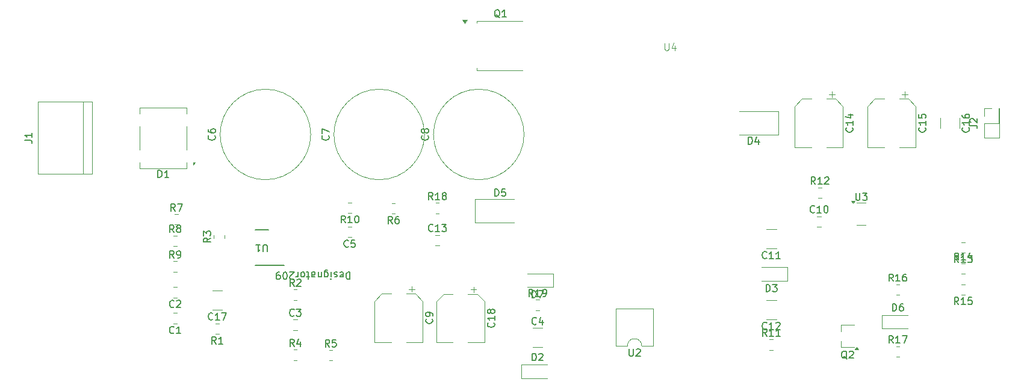
<source format=gbr>
%TF.GenerationSoftware,KiCad,Pcbnew,9.0.1*%
%TF.CreationDate,2025-04-25T14:26:40+02:00*%
%TF.ProjectId,flyback,666c7962-6163-46b2-9e6b-696361645f70,rev?*%
%TF.SameCoordinates,Original*%
%TF.FileFunction,Legend,Top*%
%TF.FilePolarity,Positive*%
%FSLAX46Y46*%
G04 Gerber Fmt 4.6, Leading zero omitted, Abs format (unit mm)*
G04 Created by KiCad (PCBNEW 9.0.1) date 2025-04-25 14:26:40*
%MOMM*%
%LPD*%
G01*
G04 APERTURE LIST*
%ADD10C,0.150000*%
%ADD11C,0.100000*%
%ADD12C,0.120000*%
%ADD13C,0.200000*%
G04 APERTURE END LIST*
D10*
X99735833Y-81182319D02*
X99402500Y-80706128D01*
X99164405Y-81182319D02*
X99164405Y-80182319D01*
X99164405Y-80182319D02*
X99545357Y-80182319D01*
X99545357Y-80182319D02*
X99640595Y-80229938D01*
X99640595Y-80229938D02*
X99688214Y-80277557D01*
X99688214Y-80277557D02*
X99735833Y-80372795D01*
X99735833Y-80372795D02*
X99735833Y-80515652D01*
X99735833Y-80515652D02*
X99688214Y-80610890D01*
X99688214Y-80610890D02*
X99640595Y-80658509D01*
X99640595Y-80658509D02*
X99545357Y-80706128D01*
X99545357Y-80706128D02*
X99164405Y-80706128D01*
X100212024Y-81182319D02*
X100402500Y-81182319D01*
X100402500Y-81182319D02*
X100497738Y-81134700D01*
X100497738Y-81134700D02*
X100545357Y-81087080D01*
X100545357Y-81087080D02*
X100640595Y-80944223D01*
X100640595Y-80944223D02*
X100688214Y-80753747D01*
X100688214Y-80753747D02*
X100688214Y-80372795D01*
X100688214Y-80372795D02*
X100640595Y-80277557D01*
X100640595Y-80277557D02*
X100592976Y-80229938D01*
X100592976Y-80229938D02*
X100497738Y-80182319D01*
X100497738Y-80182319D02*
X100307262Y-80182319D01*
X100307262Y-80182319D02*
X100212024Y-80229938D01*
X100212024Y-80229938D02*
X100164405Y-80277557D01*
X100164405Y-80277557D02*
X100116786Y-80372795D01*
X100116786Y-80372795D02*
X100116786Y-80610890D01*
X100116786Y-80610890D02*
X100164405Y-80706128D01*
X100164405Y-80706128D02*
X100212024Y-80753747D01*
X100212024Y-80753747D02*
X100307262Y-80801366D01*
X100307262Y-80801366D02*
X100497738Y-80801366D01*
X100497738Y-80801366D02*
X100592976Y-80753747D01*
X100592976Y-80753747D02*
X100640595Y-80706128D01*
X100640595Y-80706128D02*
X100688214Y-80610890D01*
X189932142Y-70804819D02*
X189598809Y-70328628D01*
X189360714Y-70804819D02*
X189360714Y-69804819D01*
X189360714Y-69804819D02*
X189741666Y-69804819D01*
X189741666Y-69804819D02*
X189836904Y-69852438D01*
X189836904Y-69852438D02*
X189884523Y-69900057D01*
X189884523Y-69900057D02*
X189932142Y-69995295D01*
X189932142Y-69995295D02*
X189932142Y-70138152D01*
X189932142Y-70138152D02*
X189884523Y-70233390D01*
X189884523Y-70233390D02*
X189836904Y-70281009D01*
X189836904Y-70281009D02*
X189741666Y-70328628D01*
X189741666Y-70328628D02*
X189360714Y-70328628D01*
X190884523Y-70804819D02*
X190313095Y-70804819D01*
X190598809Y-70804819D02*
X190598809Y-69804819D01*
X190598809Y-69804819D02*
X190503571Y-69947676D01*
X190503571Y-69947676D02*
X190408333Y-70042914D01*
X190408333Y-70042914D02*
X190313095Y-70090533D01*
X191265476Y-69900057D02*
X191313095Y-69852438D01*
X191313095Y-69852438D02*
X191408333Y-69804819D01*
X191408333Y-69804819D02*
X191646428Y-69804819D01*
X191646428Y-69804819D02*
X191741666Y-69852438D01*
X191741666Y-69852438D02*
X191789285Y-69900057D01*
X191789285Y-69900057D02*
X191836904Y-69995295D01*
X191836904Y-69995295D02*
X191836904Y-70090533D01*
X191836904Y-70090533D02*
X191789285Y-70233390D01*
X191789285Y-70233390D02*
X191217857Y-70804819D01*
X191217857Y-70804819D02*
X191836904Y-70804819D01*
X183094642Y-92179819D02*
X182761309Y-91703628D01*
X182523214Y-92179819D02*
X182523214Y-91179819D01*
X182523214Y-91179819D02*
X182904166Y-91179819D01*
X182904166Y-91179819D02*
X182999404Y-91227438D01*
X182999404Y-91227438D02*
X183047023Y-91275057D01*
X183047023Y-91275057D02*
X183094642Y-91370295D01*
X183094642Y-91370295D02*
X183094642Y-91513152D01*
X183094642Y-91513152D02*
X183047023Y-91608390D01*
X183047023Y-91608390D02*
X182999404Y-91656009D01*
X182999404Y-91656009D02*
X182904166Y-91703628D01*
X182904166Y-91703628D02*
X182523214Y-91703628D01*
X184047023Y-92179819D02*
X183475595Y-92179819D01*
X183761309Y-92179819D02*
X183761309Y-91179819D01*
X183761309Y-91179819D02*
X183666071Y-91322676D01*
X183666071Y-91322676D02*
X183570833Y-91417914D01*
X183570833Y-91417914D02*
X183475595Y-91465533D01*
X184999404Y-92179819D02*
X184427976Y-92179819D01*
X184713690Y-92179819D02*
X184713690Y-91179819D01*
X184713690Y-91179819D02*
X184618452Y-91322676D01*
X184618452Y-91322676D02*
X184523214Y-91417914D01*
X184523214Y-91417914D02*
X184427976Y-91465533D01*
X163753095Y-93999819D02*
X163753095Y-94809342D01*
X163753095Y-94809342D02*
X163800714Y-94904580D01*
X163800714Y-94904580D02*
X163848333Y-94952200D01*
X163848333Y-94952200D02*
X163943571Y-94999819D01*
X163943571Y-94999819D02*
X164134047Y-94999819D01*
X164134047Y-94999819D02*
X164229285Y-94952200D01*
X164229285Y-94952200D02*
X164276904Y-94904580D01*
X164276904Y-94904580D02*
X164324523Y-94809342D01*
X164324523Y-94809342D02*
X164324523Y-93999819D01*
X164753095Y-94095057D02*
X164800714Y-94047438D01*
X164800714Y-94047438D02*
X164895952Y-93999819D01*
X164895952Y-93999819D02*
X165134047Y-93999819D01*
X165134047Y-93999819D02*
X165229285Y-94047438D01*
X165229285Y-94047438D02*
X165276904Y-94095057D01*
X165276904Y-94095057D02*
X165324523Y-94190295D01*
X165324523Y-94190295D02*
X165324523Y-94285533D01*
X165324523Y-94285533D02*
X165276904Y-94428390D01*
X165276904Y-94428390D02*
X164705476Y-94999819D01*
X164705476Y-94999819D02*
X165324523Y-94999819D01*
X183094642Y-91151280D02*
X183047023Y-91198900D01*
X183047023Y-91198900D02*
X182904166Y-91246519D01*
X182904166Y-91246519D02*
X182808928Y-91246519D01*
X182808928Y-91246519D02*
X182666071Y-91198900D01*
X182666071Y-91198900D02*
X182570833Y-91103661D01*
X182570833Y-91103661D02*
X182523214Y-91008423D01*
X182523214Y-91008423D02*
X182475595Y-90817947D01*
X182475595Y-90817947D02*
X182475595Y-90675090D01*
X182475595Y-90675090D02*
X182523214Y-90484614D01*
X182523214Y-90484614D02*
X182570833Y-90389376D01*
X182570833Y-90389376D02*
X182666071Y-90294138D01*
X182666071Y-90294138D02*
X182808928Y-90246519D01*
X182808928Y-90246519D02*
X182904166Y-90246519D01*
X182904166Y-90246519D02*
X183047023Y-90294138D01*
X183047023Y-90294138D02*
X183094642Y-90341757D01*
X184047023Y-91246519D02*
X183475595Y-91246519D01*
X183761309Y-91246519D02*
X183761309Y-90246519D01*
X183761309Y-90246519D02*
X183666071Y-90389376D01*
X183666071Y-90389376D02*
X183570833Y-90484614D01*
X183570833Y-90484614D02*
X183475595Y-90532233D01*
X184427976Y-90341757D02*
X184475595Y-90294138D01*
X184475595Y-90294138D02*
X184570833Y-90246519D01*
X184570833Y-90246519D02*
X184808928Y-90246519D01*
X184808928Y-90246519D02*
X184904166Y-90294138D01*
X184904166Y-90294138D02*
X184951785Y-90341757D01*
X184951785Y-90341757D02*
X184999404Y-90436995D01*
X184999404Y-90436995D02*
X184999404Y-90532233D01*
X184999404Y-90532233D02*
X184951785Y-90675090D01*
X184951785Y-90675090D02*
X184380357Y-91246519D01*
X184380357Y-91246519D02*
X184999404Y-91246519D01*
X183094642Y-81184580D02*
X183047023Y-81232200D01*
X183047023Y-81232200D02*
X182904166Y-81279819D01*
X182904166Y-81279819D02*
X182808928Y-81279819D01*
X182808928Y-81279819D02*
X182666071Y-81232200D01*
X182666071Y-81232200D02*
X182570833Y-81136961D01*
X182570833Y-81136961D02*
X182523214Y-81041723D01*
X182523214Y-81041723D02*
X182475595Y-80851247D01*
X182475595Y-80851247D02*
X182475595Y-80708390D01*
X182475595Y-80708390D02*
X182523214Y-80517914D01*
X182523214Y-80517914D02*
X182570833Y-80422676D01*
X182570833Y-80422676D02*
X182666071Y-80327438D01*
X182666071Y-80327438D02*
X182808928Y-80279819D01*
X182808928Y-80279819D02*
X182904166Y-80279819D01*
X182904166Y-80279819D02*
X183047023Y-80327438D01*
X183047023Y-80327438D02*
X183094642Y-80375057D01*
X184047023Y-81279819D02*
X183475595Y-81279819D01*
X183761309Y-81279819D02*
X183761309Y-80279819D01*
X183761309Y-80279819D02*
X183666071Y-80422676D01*
X183666071Y-80422676D02*
X183570833Y-80517914D01*
X183570833Y-80517914D02*
X183475595Y-80565533D01*
X184999404Y-81279819D02*
X184427976Y-81279819D01*
X184713690Y-81279819D02*
X184713690Y-80279819D01*
X184713690Y-80279819D02*
X184618452Y-80422676D01*
X184618452Y-80422676D02*
X184523214Y-80517914D01*
X184523214Y-80517914D02*
X184427976Y-80565533D01*
X200809405Y-88629819D02*
X200809405Y-87629819D01*
X200809405Y-87629819D02*
X201047500Y-87629819D01*
X201047500Y-87629819D02*
X201190357Y-87677438D01*
X201190357Y-87677438D02*
X201285595Y-87772676D01*
X201285595Y-87772676D02*
X201333214Y-87867914D01*
X201333214Y-87867914D02*
X201380833Y-88058390D01*
X201380833Y-88058390D02*
X201380833Y-88201247D01*
X201380833Y-88201247D02*
X201333214Y-88391723D01*
X201333214Y-88391723D02*
X201285595Y-88486961D01*
X201285595Y-88486961D02*
X201190357Y-88582200D01*
X201190357Y-88582200D02*
X201047500Y-88629819D01*
X201047500Y-88629819D02*
X200809405Y-88629819D01*
X202237976Y-87629819D02*
X202047500Y-87629819D01*
X202047500Y-87629819D02*
X201952262Y-87677438D01*
X201952262Y-87677438D02*
X201904643Y-87725057D01*
X201904643Y-87725057D02*
X201809405Y-87867914D01*
X201809405Y-87867914D02*
X201761786Y-88058390D01*
X201761786Y-88058390D02*
X201761786Y-88439342D01*
X201761786Y-88439342D02*
X201809405Y-88534580D01*
X201809405Y-88534580D02*
X201857024Y-88582200D01*
X201857024Y-88582200D02*
X201952262Y-88629819D01*
X201952262Y-88629819D02*
X202142738Y-88629819D01*
X202142738Y-88629819D02*
X202237976Y-88582200D01*
X202237976Y-88582200D02*
X202285595Y-88534580D01*
X202285595Y-88534580D02*
X202333214Y-88439342D01*
X202333214Y-88439342D02*
X202333214Y-88201247D01*
X202333214Y-88201247D02*
X202285595Y-88106009D01*
X202285595Y-88106009D02*
X202237976Y-88058390D01*
X202237976Y-88058390D02*
X202142738Y-88010771D01*
X202142738Y-88010771D02*
X201952262Y-88010771D01*
X201952262Y-88010771D02*
X201857024Y-88058390D01*
X201857024Y-88058390D02*
X201809405Y-88106009D01*
X201809405Y-88106009D02*
X201761786Y-88201247D01*
X200882142Y-93154819D02*
X200548809Y-92678628D01*
X200310714Y-93154819D02*
X200310714Y-92154819D01*
X200310714Y-92154819D02*
X200691666Y-92154819D01*
X200691666Y-92154819D02*
X200786904Y-92202438D01*
X200786904Y-92202438D02*
X200834523Y-92250057D01*
X200834523Y-92250057D02*
X200882142Y-92345295D01*
X200882142Y-92345295D02*
X200882142Y-92488152D01*
X200882142Y-92488152D02*
X200834523Y-92583390D01*
X200834523Y-92583390D02*
X200786904Y-92631009D01*
X200786904Y-92631009D02*
X200691666Y-92678628D01*
X200691666Y-92678628D02*
X200310714Y-92678628D01*
X201834523Y-93154819D02*
X201263095Y-93154819D01*
X201548809Y-93154819D02*
X201548809Y-92154819D01*
X201548809Y-92154819D02*
X201453571Y-92297676D01*
X201453571Y-92297676D02*
X201358333Y-92392914D01*
X201358333Y-92392914D02*
X201263095Y-92440533D01*
X202167857Y-92154819D02*
X202834523Y-92154819D01*
X202834523Y-92154819D02*
X202405952Y-93154819D01*
X200882142Y-84454819D02*
X200548809Y-83978628D01*
X200310714Y-84454819D02*
X200310714Y-83454819D01*
X200310714Y-83454819D02*
X200691666Y-83454819D01*
X200691666Y-83454819D02*
X200786904Y-83502438D01*
X200786904Y-83502438D02*
X200834523Y-83550057D01*
X200834523Y-83550057D02*
X200882142Y-83645295D01*
X200882142Y-83645295D02*
X200882142Y-83788152D01*
X200882142Y-83788152D02*
X200834523Y-83883390D01*
X200834523Y-83883390D02*
X200786904Y-83931009D01*
X200786904Y-83931009D02*
X200691666Y-83978628D01*
X200691666Y-83978628D02*
X200310714Y-83978628D01*
X201834523Y-84454819D02*
X201263095Y-84454819D01*
X201548809Y-84454819D02*
X201548809Y-83454819D01*
X201548809Y-83454819D02*
X201453571Y-83597676D01*
X201453571Y-83597676D02*
X201358333Y-83692914D01*
X201358333Y-83692914D02*
X201263095Y-83740533D01*
X202691666Y-83454819D02*
X202501190Y-83454819D01*
X202501190Y-83454819D02*
X202405952Y-83502438D01*
X202405952Y-83502438D02*
X202358333Y-83550057D01*
X202358333Y-83550057D02*
X202263095Y-83692914D01*
X202263095Y-83692914D02*
X202215476Y-83883390D01*
X202215476Y-83883390D02*
X202215476Y-84264342D01*
X202215476Y-84264342D02*
X202263095Y-84359580D01*
X202263095Y-84359580D02*
X202310714Y-84407200D01*
X202310714Y-84407200D02*
X202405952Y-84454819D01*
X202405952Y-84454819D02*
X202596428Y-84454819D01*
X202596428Y-84454819D02*
X202691666Y-84407200D01*
X202691666Y-84407200D02*
X202739285Y-84359580D01*
X202739285Y-84359580D02*
X202786904Y-84264342D01*
X202786904Y-84264342D02*
X202786904Y-84026247D01*
X202786904Y-84026247D02*
X202739285Y-83931009D01*
X202739285Y-83931009D02*
X202691666Y-83883390D01*
X202691666Y-83883390D02*
X202596428Y-83835771D01*
X202596428Y-83835771D02*
X202405952Y-83835771D01*
X202405952Y-83835771D02*
X202310714Y-83883390D01*
X202310714Y-83883390D02*
X202263095Y-83931009D01*
X202263095Y-83931009D02*
X202215476Y-84026247D01*
X194389761Y-95387557D02*
X194294523Y-95339938D01*
X194294523Y-95339938D02*
X194199285Y-95244700D01*
X194199285Y-95244700D02*
X194056428Y-95101842D01*
X194056428Y-95101842D02*
X193961190Y-95054223D01*
X193961190Y-95054223D02*
X193865952Y-95054223D01*
X193913571Y-95292319D02*
X193818333Y-95244700D01*
X193818333Y-95244700D02*
X193723095Y-95149461D01*
X193723095Y-95149461D02*
X193675476Y-94958985D01*
X193675476Y-94958985D02*
X193675476Y-94625652D01*
X193675476Y-94625652D02*
X193723095Y-94435176D01*
X193723095Y-94435176D02*
X193818333Y-94339938D01*
X193818333Y-94339938D02*
X193913571Y-94292319D01*
X193913571Y-94292319D02*
X194104047Y-94292319D01*
X194104047Y-94292319D02*
X194199285Y-94339938D01*
X194199285Y-94339938D02*
X194294523Y-94435176D01*
X194294523Y-94435176D02*
X194342142Y-94625652D01*
X194342142Y-94625652D02*
X194342142Y-94958985D01*
X194342142Y-94958985D02*
X194294523Y-95149461D01*
X194294523Y-95149461D02*
X194199285Y-95244700D01*
X194199285Y-95244700D02*
X194104047Y-95292319D01*
X194104047Y-95292319D02*
X193913571Y-95292319D01*
X194723095Y-94387557D02*
X194770714Y-94339938D01*
X194770714Y-94339938D02*
X194865952Y-94292319D01*
X194865952Y-94292319D02*
X195104047Y-94292319D01*
X195104047Y-94292319D02*
X195199285Y-94339938D01*
X195199285Y-94339938D02*
X195246904Y-94387557D01*
X195246904Y-94387557D02*
X195294523Y-94482795D01*
X195294523Y-94482795D02*
X195294523Y-94578033D01*
X195294523Y-94578033D02*
X195246904Y-94720890D01*
X195246904Y-94720890D02*
X194675476Y-95292319D01*
X194675476Y-95292319D02*
X195294523Y-95292319D01*
X183021905Y-85913119D02*
X183021905Y-84913119D01*
X183021905Y-84913119D02*
X183260000Y-84913119D01*
X183260000Y-84913119D02*
X183402857Y-84960738D01*
X183402857Y-84960738D02*
X183498095Y-85055976D01*
X183498095Y-85055976D02*
X183545714Y-85151214D01*
X183545714Y-85151214D02*
X183593333Y-85341690D01*
X183593333Y-85341690D02*
X183593333Y-85484547D01*
X183593333Y-85484547D02*
X183545714Y-85675023D01*
X183545714Y-85675023D02*
X183498095Y-85770261D01*
X183498095Y-85770261D02*
X183402857Y-85865500D01*
X183402857Y-85865500D02*
X183260000Y-85913119D01*
X183260000Y-85913119D02*
X183021905Y-85913119D01*
X183926667Y-84913119D02*
X184545714Y-84913119D01*
X184545714Y-84913119D02*
X184212381Y-85294071D01*
X184212381Y-85294071D02*
X184355238Y-85294071D01*
X184355238Y-85294071D02*
X184450476Y-85341690D01*
X184450476Y-85341690D02*
X184498095Y-85389309D01*
X184498095Y-85389309D02*
X184545714Y-85484547D01*
X184545714Y-85484547D02*
X184545714Y-85722642D01*
X184545714Y-85722642D02*
X184498095Y-85817880D01*
X184498095Y-85817880D02*
X184450476Y-85865500D01*
X184450476Y-85865500D02*
X184355238Y-85913119D01*
X184355238Y-85913119D02*
X184069524Y-85913119D01*
X184069524Y-85913119D02*
X183974286Y-85865500D01*
X183974286Y-85865500D02*
X183926667Y-85817880D01*
X195638095Y-72042319D02*
X195638095Y-72851842D01*
X195638095Y-72851842D02*
X195685714Y-72947080D01*
X195685714Y-72947080D02*
X195733333Y-72994700D01*
X195733333Y-72994700D02*
X195828571Y-73042319D01*
X195828571Y-73042319D02*
X196019047Y-73042319D01*
X196019047Y-73042319D02*
X196114285Y-72994700D01*
X196114285Y-72994700D02*
X196161904Y-72947080D01*
X196161904Y-72947080D02*
X196209523Y-72851842D01*
X196209523Y-72851842D02*
X196209523Y-72042319D01*
X196590476Y-72042319D02*
X197209523Y-72042319D01*
X197209523Y-72042319D02*
X196876190Y-72423271D01*
X196876190Y-72423271D02*
X197019047Y-72423271D01*
X197019047Y-72423271D02*
X197114285Y-72470890D01*
X197114285Y-72470890D02*
X197161904Y-72518509D01*
X197161904Y-72518509D02*
X197209523Y-72613747D01*
X197209523Y-72613747D02*
X197209523Y-72851842D01*
X197209523Y-72851842D02*
X197161904Y-72947080D01*
X197161904Y-72947080D02*
X197114285Y-72994700D01*
X197114285Y-72994700D02*
X197019047Y-73042319D01*
X197019047Y-73042319D02*
X196733333Y-73042319D01*
X196733333Y-73042319D02*
X196638095Y-72994700D01*
X196638095Y-72994700D02*
X196590476Y-72947080D01*
X144734580Y-90317857D02*
X144782200Y-90365476D01*
X144782200Y-90365476D02*
X144829819Y-90508333D01*
X144829819Y-90508333D02*
X144829819Y-90603571D01*
X144829819Y-90603571D02*
X144782200Y-90746428D01*
X144782200Y-90746428D02*
X144686961Y-90841666D01*
X144686961Y-90841666D02*
X144591723Y-90889285D01*
X144591723Y-90889285D02*
X144401247Y-90936904D01*
X144401247Y-90936904D02*
X144258390Y-90936904D01*
X144258390Y-90936904D02*
X144067914Y-90889285D01*
X144067914Y-90889285D02*
X143972676Y-90841666D01*
X143972676Y-90841666D02*
X143877438Y-90746428D01*
X143877438Y-90746428D02*
X143829819Y-90603571D01*
X143829819Y-90603571D02*
X143829819Y-90508333D01*
X143829819Y-90508333D02*
X143877438Y-90365476D01*
X143877438Y-90365476D02*
X143925057Y-90317857D01*
X144829819Y-89365476D02*
X144829819Y-89936904D01*
X144829819Y-89651190D02*
X143829819Y-89651190D01*
X143829819Y-89651190D02*
X143972676Y-89746428D01*
X143972676Y-89746428D02*
X144067914Y-89841666D01*
X144067914Y-89841666D02*
X144115533Y-89936904D01*
X144258390Y-88794047D02*
X144210771Y-88889285D01*
X144210771Y-88889285D02*
X144163152Y-88936904D01*
X144163152Y-88936904D02*
X144067914Y-88984523D01*
X144067914Y-88984523D02*
X144020295Y-88984523D01*
X144020295Y-88984523D02*
X143925057Y-88936904D01*
X143925057Y-88936904D02*
X143877438Y-88889285D01*
X143877438Y-88889285D02*
X143829819Y-88794047D01*
X143829819Y-88794047D02*
X143829819Y-88603571D01*
X143829819Y-88603571D02*
X143877438Y-88508333D01*
X143877438Y-88508333D02*
X143925057Y-88460714D01*
X143925057Y-88460714D02*
X144020295Y-88413095D01*
X144020295Y-88413095D02*
X144067914Y-88413095D01*
X144067914Y-88413095D02*
X144163152Y-88460714D01*
X144163152Y-88460714D02*
X144210771Y-88508333D01*
X144210771Y-88508333D02*
X144258390Y-88603571D01*
X144258390Y-88603571D02*
X144258390Y-88794047D01*
X144258390Y-88794047D02*
X144306009Y-88889285D01*
X144306009Y-88889285D02*
X144353628Y-88936904D01*
X144353628Y-88936904D02*
X144448866Y-88984523D01*
X144448866Y-88984523D02*
X144639342Y-88984523D01*
X144639342Y-88984523D02*
X144734580Y-88936904D01*
X144734580Y-88936904D02*
X144782200Y-88889285D01*
X144782200Y-88889285D02*
X144829819Y-88794047D01*
X144829819Y-88794047D02*
X144829819Y-88603571D01*
X144829819Y-88603571D02*
X144782200Y-88508333D01*
X144782200Y-88508333D02*
X144734580Y-88460714D01*
X144734580Y-88460714D02*
X144639342Y-88413095D01*
X144639342Y-88413095D02*
X144448866Y-88413095D01*
X144448866Y-88413095D02*
X144353628Y-88460714D01*
X144353628Y-88460714D02*
X144306009Y-88508333D01*
X144306009Y-88508333D02*
X144258390Y-88603571D01*
X136034580Y-89771666D02*
X136082200Y-89819285D01*
X136082200Y-89819285D02*
X136129819Y-89962142D01*
X136129819Y-89962142D02*
X136129819Y-90057380D01*
X136129819Y-90057380D02*
X136082200Y-90200237D01*
X136082200Y-90200237D02*
X135986961Y-90295475D01*
X135986961Y-90295475D02*
X135891723Y-90343094D01*
X135891723Y-90343094D02*
X135701247Y-90390713D01*
X135701247Y-90390713D02*
X135558390Y-90390713D01*
X135558390Y-90390713D02*
X135367914Y-90343094D01*
X135367914Y-90343094D02*
X135272676Y-90295475D01*
X135272676Y-90295475D02*
X135177438Y-90200237D01*
X135177438Y-90200237D02*
X135129819Y-90057380D01*
X135129819Y-90057380D02*
X135129819Y-89962142D01*
X135129819Y-89962142D02*
X135177438Y-89819285D01*
X135177438Y-89819285D02*
X135225057Y-89771666D01*
X136129819Y-89295475D02*
X136129819Y-89104999D01*
X136129819Y-89104999D02*
X136082200Y-89009761D01*
X136082200Y-89009761D02*
X136034580Y-88962142D01*
X136034580Y-88962142D02*
X135891723Y-88866904D01*
X135891723Y-88866904D02*
X135701247Y-88819285D01*
X135701247Y-88819285D02*
X135320295Y-88819285D01*
X135320295Y-88819285D02*
X135225057Y-88866904D01*
X135225057Y-88866904D02*
X135177438Y-88914523D01*
X135177438Y-88914523D02*
X135129819Y-89009761D01*
X135129819Y-89009761D02*
X135129819Y-89200237D01*
X135129819Y-89200237D02*
X135177438Y-89295475D01*
X135177438Y-89295475D02*
X135225057Y-89343094D01*
X135225057Y-89343094D02*
X135320295Y-89390713D01*
X135320295Y-89390713D02*
X135558390Y-89390713D01*
X135558390Y-89390713D02*
X135653628Y-89343094D01*
X135653628Y-89343094D02*
X135701247Y-89295475D01*
X135701247Y-89295475D02*
X135748866Y-89200237D01*
X135748866Y-89200237D02*
X135748866Y-89009761D01*
X135748866Y-89009761D02*
X135701247Y-88914523D01*
X135701247Y-88914523D02*
X135653628Y-88866904D01*
X135653628Y-88866904D02*
X135558390Y-88819285D01*
X211704819Y-62533333D02*
X212419104Y-62533333D01*
X212419104Y-62533333D02*
X212561961Y-62580952D01*
X212561961Y-62580952D02*
X212657200Y-62676190D01*
X212657200Y-62676190D02*
X212704819Y-62819047D01*
X212704819Y-62819047D02*
X212704819Y-62914285D01*
X211800057Y-62104761D02*
X211752438Y-62057142D01*
X211752438Y-62057142D02*
X211704819Y-61961904D01*
X211704819Y-61961904D02*
X211704819Y-61723809D01*
X211704819Y-61723809D02*
X211752438Y-61628571D01*
X211752438Y-61628571D02*
X211800057Y-61580952D01*
X211800057Y-61580952D02*
X211895295Y-61533333D01*
X211895295Y-61533333D02*
X211990533Y-61533333D01*
X211990533Y-61533333D02*
X212133390Y-61580952D01*
X212133390Y-61580952D02*
X212704819Y-62152380D01*
X212704819Y-62152380D02*
X212704819Y-61533333D01*
X112863604Y-80300180D02*
X112863604Y-79490657D01*
X112863604Y-79490657D02*
X112815985Y-79395419D01*
X112815985Y-79395419D02*
X112768366Y-79347800D01*
X112768366Y-79347800D02*
X112673128Y-79300180D01*
X112673128Y-79300180D02*
X112482652Y-79300180D01*
X112482652Y-79300180D02*
X112387414Y-79347800D01*
X112387414Y-79347800D02*
X112339795Y-79395419D01*
X112339795Y-79395419D02*
X112292176Y-79490657D01*
X112292176Y-79490657D02*
X112292176Y-80300180D01*
X111292176Y-79300180D02*
X111863604Y-79300180D01*
X111577890Y-79300180D02*
X111577890Y-80300180D01*
X111577890Y-80300180D02*
X111673128Y-80157323D01*
X111673128Y-80157323D02*
X111768366Y-80062085D01*
X111768366Y-80062085D02*
X111863604Y-80014466D01*
X124493367Y-83186380D02*
X124493367Y-84186380D01*
X124493367Y-84186380D02*
X124255272Y-84186380D01*
X124255272Y-84186380D02*
X124112415Y-84138761D01*
X124112415Y-84138761D02*
X124017177Y-84043523D01*
X124017177Y-84043523D02*
X123969558Y-83948285D01*
X123969558Y-83948285D02*
X123921939Y-83757809D01*
X123921939Y-83757809D02*
X123921939Y-83614952D01*
X123921939Y-83614952D02*
X123969558Y-83424476D01*
X123969558Y-83424476D02*
X124017177Y-83329238D01*
X124017177Y-83329238D02*
X124112415Y-83234000D01*
X124112415Y-83234000D02*
X124255272Y-83186380D01*
X124255272Y-83186380D02*
X124493367Y-83186380D01*
X123112415Y-83234000D02*
X123207653Y-83186380D01*
X123207653Y-83186380D02*
X123398129Y-83186380D01*
X123398129Y-83186380D02*
X123493367Y-83234000D01*
X123493367Y-83234000D02*
X123540986Y-83329238D01*
X123540986Y-83329238D02*
X123540986Y-83710190D01*
X123540986Y-83710190D02*
X123493367Y-83805428D01*
X123493367Y-83805428D02*
X123398129Y-83853047D01*
X123398129Y-83853047D02*
X123207653Y-83853047D01*
X123207653Y-83853047D02*
X123112415Y-83805428D01*
X123112415Y-83805428D02*
X123064796Y-83710190D01*
X123064796Y-83710190D02*
X123064796Y-83614952D01*
X123064796Y-83614952D02*
X123540986Y-83519714D01*
X122683843Y-83234000D02*
X122588605Y-83186380D01*
X122588605Y-83186380D02*
X122398129Y-83186380D01*
X122398129Y-83186380D02*
X122302891Y-83234000D01*
X122302891Y-83234000D02*
X122255272Y-83329238D01*
X122255272Y-83329238D02*
X122255272Y-83376857D01*
X122255272Y-83376857D02*
X122302891Y-83472095D01*
X122302891Y-83472095D02*
X122398129Y-83519714D01*
X122398129Y-83519714D02*
X122540986Y-83519714D01*
X122540986Y-83519714D02*
X122636224Y-83567333D01*
X122636224Y-83567333D02*
X122683843Y-83662571D01*
X122683843Y-83662571D02*
X122683843Y-83710190D01*
X122683843Y-83710190D02*
X122636224Y-83805428D01*
X122636224Y-83805428D02*
X122540986Y-83853047D01*
X122540986Y-83853047D02*
X122398129Y-83853047D01*
X122398129Y-83853047D02*
X122302891Y-83805428D01*
X121826700Y-83186380D02*
X121826700Y-83853047D01*
X121826700Y-84186380D02*
X121874319Y-84138761D01*
X121874319Y-84138761D02*
X121826700Y-84091142D01*
X121826700Y-84091142D02*
X121779081Y-84138761D01*
X121779081Y-84138761D02*
X121826700Y-84186380D01*
X121826700Y-84186380D02*
X121826700Y-84091142D01*
X120921939Y-83853047D02*
X120921939Y-83043523D01*
X120921939Y-83043523D02*
X120969558Y-82948285D01*
X120969558Y-82948285D02*
X121017177Y-82900666D01*
X121017177Y-82900666D02*
X121112415Y-82853047D01*
X121112415Y-82853047D02*
X121255272Y-82853047D01*
X121255272Y-82853047D02*
X121350510Y-82900666D01*
X120921939Y-83234000D02*
X121017177Y-83186380D01*
X121017177Y-83186380D02*
X121207653Y-83186380D01*
X121207653Y-83186380D02*
X121302891Y-83234000D01*
X121302891Y-83234000D02*
X121350510Y-83281619D01*
X121350510Y-83281619D02*
X121398129Y-83376857D01*
X121398129Y-83376857D02*
X121398129Y-83662571D01*
X121398129Y-83662571D02*
X121350510Y-83757809D01*
X121350510Y-83757809D02*
X121302891Y-83805428D01*
X121302891Y-83805428D02*
X121207653Y-83853047D01*
X121207653Y-83853047D02*
X121017177Y-83853047D01*
X121017177Y-83853047D02*
X120921939Y-83805428D01*
X120445748Y-83853047D02*
X120445748Y-83186380D01*
X120445748Y-83757809D02*
X120398129Y-83805428D01*
X120398129Y-83805428D02*
X120302891Y-83853047D01*
X120302891Y-83853047D02*
X120160034Y-83853047D01*
X120160034Y-83853047D02*
X120064796Y-83805428D01*
X120064796Y-83805428D02*
X120017177Y-83710190D01*
X120017177Y-83710190D02*
X120017177Y-83186380D01*
X119112415Y-83186380D02*
X119112415Y-83710190D01*
X119112415Y-83710190D02*
X119160034Y-83805428D01*
X119160034Y-83805428D02*
X119255272Y-83853047D01*
X119255272Y-83853047D02*
X119445748Y-83853047D01*
X119445748Y-83853047D02*
X119540986Y-83805428D01*
X119112415Y-83234000D02*
X119207653Y-83186380D01*
X119207653Y-83186380D02*
X119445748Y-83186380D01*
X119445748Y-83186380D02*
X119540986Y-83234000D01*
X119540986Y-83234000D02*
X119588605Y-83329238D01*
X119588605Y-83329238D02*
X119588605Y-83424476D01*
X119588605Y-83424476D02*
X119540986Y-83519714D01*
X119540986Y-83519714D02*
X119445748Y-83567333D01*
X119445748Y-83567333D02*
X119207653Y-83567333D01*
X119207653Y-83567333D02*
X119112415Y-83614952D01*
X118779081Y-83853047D02*
X118398129Y-83853047D01*
X118636224Y-84186380D02*
X118636224Y-83329238D01*
X118636224Y-83329238D02*
X118588605Y-83234000D01*
X118588605Y-83234000D02*
X118493367Y-83186380D01*
X118493367Y-83186380D02*
X118398129Y-83186380D01*
X117921938Y-83186380D02*
X118017176Y-83234000D01*
X118017176Y-83234000D02*
X118064795Y-83281619D01*
X118064795Y-83281619D02*
X118112414Y-83376857D01*
X118112414Y-83376857D02*
X118112414Y-83662571D01*
X118112414Y-83662571D02*
X118064795Y-83757809D01*
X118064795Y-83757809D02*
X118017176Y-83805428D01*
X118017176Y-83805428D02*
X117921938Y-83853047D01*
X117921938Y-83853047D02*
X117779081Y-83853047D01*
X117779081Y-83853047D02*
X117683843Y-83805428D01*
X117683843Y-83805428D02*
X117636224Y-83757809D01*
X117636224Y-83757809D02*
X117588605Y-83662571D01*
X117588605Y-83662571D02*
X117588605Y-83376857D01*
X117588605Y-83376857D02*
X117636224Y-83281619D01*
X117636224Y-83281619D02*
X117683843Y-83234000D01*
X117683843Y-83234000D02*
X117779081Y-83186380D01*
X117779081Y-83186380D02*
X117921938Y-83186380D01*
X117160033Y-83186380D02*
X117160033Y-83853047D01*
X117160033Y-83662571D02*
X117112414Y-83757809D01*
X117112414Y-83757809D02*
X117064795Y-83805428D01*
X117064795Y-83805428D02*
X116969557Y-83853047D01*
X116969557Y-83853047D02*
X116874319Y-83853047D01*
X116588604Y-84091142D02*
X116540985Y-84138761D01*
X116540985Y-84138761D02*
X116445747Y-84186380D01*
X116445747Y-84186380D02*
X116207652Y-84186380D01*
X116207652Y-84186380D02*
X116112414Y-84138761D01*
X116112414Y-84138761D02*
X116064795Y-84091142D01*
X116064795Y-84091142D02*
X116017176Y-83995904D01*
X116017176Y-83995904D02*
X116017176Y-83900666D01*
X116017176Y-83900666D02*
X116064795Y-83757809D01*
X116064795Y-83757809D02*
X116636223Y-83186380D01*
X116636223Y-83186380D02*
X116017176Y-83186380D01*
X115398128Y-84186380D02*
X115302890Y-84186380D01*
X115302890Y-84186380D02*
X115207652Y-84138761D01*
X115207652Y-84138761D02*
X115160033Y-84091142D01*
X115160033Y-84091142D02*
X115112414Y-83995904D01*
X115112414Y-83995904D02*
X115064795Y-83805428D01*
X115064795Y-83805428D02*
X115064795Y-83567333D01*
X115064795Y-83567333D02*
X115112414Y-83376857D01*
X115112414Y-83376857D02*
X115160033Y-83281619D01*
X115160033Y-83281619D02*
X115207652Y-83234000D01*
X115207652Y-83234000D02*
X115302890Y-83186380D01*
X115302890Y-83186380D02*
X115398128Y-83186380D01*
X115398128Y-83186380D02*
X115493366Y-83234000D01*
X115493366Y-83234000D02*
X115540985Y-83281619D01*
X115540985Y-83281619D02*
X115588604Y-83376857D01*
X115588604Y-83376857D02*
X115636223Y-83567333D01*
X115636223Y-83567333D02*
X115636223Y-83805428D01*
X115636223Y-83805428D02*
X115588604Y-83995904D01*
X115588604Y-83995904D02*
X115540985Y-84091142D01*
X115540985Y-84091142D02*
X115493366Y-84138761D01*
X115493366Y-84138761D02*
X115398128Y-84186380D01*
X114588604Y-83186380D02*
X114398128Y-83186380D01*
X114398128Y-83186380D02*
X114302890Y-83234000D01*
X114302890Y-83234000D02*
X114255271Y-83281619D01*
X114255271Y-83281619D02*
X114160033Y-83424476D01*
X114160033Y-83424476D02*
X114112414Y-83614952D01*
X114112414Y-83614952D02*
X114112414Y-83995904D01*
X114112414Y-83995904D02*
X114160033Y-84091142D01*
X114160033Y-84091142D02*
X114207652Y-84138761D01*
X114207652Y-84138761D02*
X114302890Y-84186380D01*
X114302890Y-84186380D02*
X114493366Y-84186380D01*
X114493366Y-84186380D02*
X114588604Y-84138761D01*
X114588604Y-84138761D02*
X114636223Y-84091142D01*
X114636223Y-84091142D02*
X114683842Y-83995904D01*
X114683842Y-83995904D02*
X114683842Y-83757809D01*
X114683842Y-83757809D02*
X114636223Y-83662571D01*
X114636223Y-83662571D02*
X114588604Y-83614952D01*
X114588604Y-83614952D02*
X114493366Y-83567333D01*
X114493366Y-83567333D02*
X114302890Y-83567333D01*
X114302890Y-83567333D02*
X114207652Y-83614952D01*
X114207652Y-83614952D02*
X114160033Y-83662571D01*
X114160033Y-83662571D02*
X114112414Y-83757809D01*
X189819642Y-74729580D02*
X189772023Y-74777200D01*
X189772023Y-74777200D02*
X189629166Y-74824819D01*
X189629166Y-74824819D02*
X189533928Y-74824819D01*
X189533928Y-74824819D02*
X189391071Y-74777200D01*
X189391071Y-74777200D02*
X189295833Y-74681961D01*
X189295833Y-74681961D02*
X189248214Y-74586723D01*
X189248214Y-74586723D02*
X189200595Y-74396247D01*
X189200595Y-74396247D02*
X189200595Y-74253390D01*
X189200595Y-74253390D02*
X189248214Y-74062914D01*
X189248214Y-74062914D02*
X189295833Y-73967676D01*
X189295833Y-73967676D02*
X189391071Y-73872438D01*
X189391071Y-73872438D02*
X189533928Y-73824819D01*
X189533928Y-73824819D02*
X189629166Y-73824819D01*
X189629166Y-73824819D02*
X189772023Y-73872438D01*
X189772023Y-73872438D02*
X189819642Y-73920057D01*
X190772023Y-74824819D02*
X190200595Y-74824819D01*
X190486309Y-74824819D02*
X190486309Y-73824819D01*
X190486309Y-73824819D02*
X190391071Y-73967676D01*
X190391071Y-73967676D02*
X190295833Y-74062914D01*
X190295833Y-74062914D02*
X190200595Y-74110533D01*
X191391071Y-73824819D02*
X191486309Y-73824819D01*
X191486309Y-73824819D02*
X191581547Y-73872438D01*
X191581547Y-73872438D02*
X191629166Y-73920057D01*
X191629166Y-73920057D02*
X191676785Y-74015295D01*
X191676785Y-74015295D02*
X191724404Y-74205771D01*
X191724404Y-74205771D02*
X191724404Y-74443866D01*
X191724404Y-74443866D02*
X191676785Y-74634342D01*
X191676785Y-74634342D02*
X191629166Y-74729580D01*
X191629166Y-74729580D02*
X191581547Y-74777200D01*
X191581547Y-74777200D02*
X191486309Y-74824819D01*
X191486309Y-74824819D02*
X191391071Y-74824819D01*
X191391071Y-74824819D02*
X191295833Y-74777200D01*
X191295833Y-74777200D02*
X191248214Y-74729580D01*
X191248214Y-74729580D02*
X191200595Y-74634342D01*
X191200595Y-74634342D02*
X191152976Y-74443866D01*
X191152976Y-74443866D02*
X191152976Y-74205771D01*
X191152976Y-74205771D02*
X191200595Y-74015295D01*
X191200595Y-74015295D02*
X191248214Y-73920057D01*
X191248214Y-73920057D02*
X191295833Y-73872438D01*
X191295833Y-73872438D02*
X191391071Y-73824819D01*
X210094642Y-87729819D02*
X209761309Y-87253628D01*
X209523214Y-87729819D02*
X209523214Y-86729819D01*
X209523214Y-86729819D02*
X209904166Y-86729819D01*
X209904166Y-86729819D02*
X209999404Y-86777438D01*
X209999404Y-86777438D02*
X210047023Y-86825057D01*
X210047023Y-86825057D02*
X210094642Y-86920295D01*
X210094642Y-86920295D02*
X210094642Y-87063152D01*
X210094642Y-87063152D02*
X210047023Y-87158390D01*
X210047023Y-87158390D02*
X209999404Y-87206009D01*
X209999404Y-87206009D02*
X209904166Y-87253628D01*
X209904166Y-87253628D02*
X209523214Y-87253628D01*
X211047023Y-87729819D02*
X210475595Y-87729819D01*
X210761309Y-87729819D02*
X210761309Y-86729819D01*
X210761309Y-86729819D02*
X210666071Y-86872676D01*
X210666071Y-86872676D02*
X210570833Y-86967914D01*
X210570833Y-86967914D02*
X210475595Y-87015533D01*
X211951785Y-86729819D02*
X211475595Y-86729819D01*
X211475595Y-86729819D02*
X211427976Y-87206009D01*
X211427976Y-87206009D02*
X211475595Y-87158390D01*
X211475595Y-87158390D02*
X211570833Y-87110771D01*
X211570833Y-87110771D02*
X211808928Y-87110771D01*
X211808928Y-87110771D02*
X211904166Y-87158390D01*
X211904166Y-87158390D02*
X211951785Y-87206009D01*
X211951785Y-87206009D02*
X211999404Y-87301247D01*
X211999404Y-87301247D02*
X211999404Y-87539342D01*
X211999404Y-87539342D02*
X211951785Y-87634580D01*
X211951785Y-87634580D02*
X211904166Y-87682200D01*
X211904166Y-87682200D02*
X211808928Y-87729819D01*
X211808928Y-87729819D02*
X211570833Y-87729819D01*
X211570833Y-87729819D02*
X211475595Y-87682200D01*
X211475595Y-87682200D02*
X211427976Y-87634580D01*
X210094642Y-81829819D02*
X209761309Y-81353628D01*
X209523214Y-81829819D02*
X209523214Y-80829819D01*
X209523214Y-80829819D02*
X209904166Y-80829819D01*
X209904166Y-80829819D02*
X209999404Y-80877438D01*
X209999404Y-80877438D02*
X210047023Y-80925057D01*
X210047023Y-80925057D02*
X210094642Y-81020295D01*
X210094642Y-81020295D02*
X210094642Y-81163152D01*
X210094642Y-81163152D02*
X210047023Y-81258390D01*
X210047023Y-81258390D02*
X209999404Y-81306009D01*
X209999404Y-81306009D02*
X209904166Y-81353628D01*
X209904166Y-81353628D02*
X209523214Y-81353628D01*
X211047023Y-81829819D02*
X210475595Y-81829819D01*
X210761309Y-81829819D02*
X210761309Y-80829819D01*
X210761309Y-80829819D02*
X210666071Y-80972676D01*
X210666071Y-80972676D02*
X210570833Y-81067914D01*
X210570833Y-81067914D02*
X210475595Y-81115533D01*
X211380357Y-80829819D02*
X211999404Y-80829819D01*
X211999404Y-80829819D02*
X211666071Y-81210771D01*
X211666071Y-81210771D02*
X211808928Y-81210771D01*
X211808928Y-81210771D02*
X211904166Y-81258390D01*
X211904166Y-81258390D02*
X211951785Y-81306009D01*
X211951785Y-81306009D02*
X211999404Y-81401247D01*
X211999404Y-81401247D02*
X211999404Y-81639342D01*
X211999404Y-81639342D02*
X211951785Y-81734580D01*
X211951785Y-81734580D02*
X211904166Y-81782200D01*
X211904166Y-81782200D02*
X211808928Y-81829819D01*
X211808928Y-81829819D02*
X211523214Y-81829819D01*
X211523214Y-81829819D02*
X211427976Y-81782200D01*
X211427976Y-81782200D02*
X211380357Y-81734580D01*
X210094642Y-81479819D02*
X209761309Y-81003628D01*
X209523214Y-81479819D02*
X209523214Y-80479819D01*
X209523214Y-80479819D02*
X209904166Y-80479819D01*
X209904166Y-80479819D02*
X209999404Y-80527438D01*
X209999404Y-80527438D02*
X210047023Y-80575057D01*
X210047023Y-80575057D02*
X210094642Y-80670295D01*
X210094642Y-80670295D02*
X210094642Y-80813152D01*
X210094642Y-80813152D02*
X210047023Y-80908390D01*
X210047023Y-80908390D02*
X209999404Y-80956009D01*
X209999404Y-80956009D02*
X209904166Y-81003628D01*
X209904166Y-81003628D02*
X209523214Y-81003628D01*
X211047023Y-81479819D02*
X210475595Y-81479819D01*
X210761309Y-81479819D02*
X210761309Y-80479819D01*
X210761309Y-80479819D02*
X210666071Y-80622676D01*
X210666071Y-80622676D02*
X210570833Y-80717914D01*
X210570833Y-80717914D02*
X210475595Y-80765533D01*
X211904166Y-80813152D02*
X211904166Y-81479819D01*
X211666071Y-80432200D02*
X211427976Y-81146485D01*
X211427976Y-81146485D02*
X212047023Y-81146485D01*
X195134580Y-62842857D02*
X195182200Y-62890476D01*
X195182200Y-62890476D02*
X195229819Y-63033333D01*
X195229819Y-63033333D02*
X195229819Y-63128571D01*
X195229819Y-63128571D02*
X195182200Y-63271428D01*
X195182200Y-63271428D02*
X195086961Y-63366666D01*
X195086961Y-63366666D02*
X194991723Y-63414285D01*
X194991723Y-63414285D02*
X194801247Y-63461904D01*
X194801247Y-63461904D02*
X194658390Y-63461904D01*
X194658390Y-63461904D02*
X194467914Y-63414285D01*
X194467914Y-63414285D02*
X194372676Y-63366666D01*
X194372676Y-63366666D02*
X194277438Y-63271428D01*
X194277438Y-63271428D02*
X194229819Y-63128571D01*
X194229819Y-63128571D02*
X194229819Y-63033333D01*
X194229819Y-63033333D02*
X194277438Y-62890476D01*
X194277438Y-62890476D02*
X194325057Y-62842857D01*
X195229819Y-61890476D02*
X195229819Y-62461904D01*
X195229819Y-62176190D02*
X194229819Y-62176190D01*
X194229819Y-62176190D02*
X194372676Y-62271428D01*
X194372676Y-62271428D02*
X194467914Y-62366666D01*
X194467914Y-62366666D02*
X194515533Y-62461904D01*
X194563152Y-61033333D02*
X195229819Y-61033333D01*
X194182200Y-61271428D02*
X194896485Y-61509523D01*
X194896485Y-61509523D02*
X194896485Y-60890476D01*
X205384580Y-62842857D02*
X205432200Y-62890476D01*
X205432200Y-62890476D02*
X205479819Y-63033333D01*
X205479819Y-63033333D02*
X205479819Y-63128571D01*
X205479819Y-63128571D02*
X205432200Y-63271428D01*
X205432200Y-63271428D02*
X205336961Y-63366666D01*
X205336961Y-63366666D02*
X205241723Y-63414285D01*
X205241723Y-63414285D02*
X205051247Y-63461904D01*
X205051247Y-63461904D02*
X204908390Y-63461904D01*
X204908390Y-63461904D02*
X204717914Y-63414285D01*
X204717914Y-63414285D02*
X204622676Y-63366666D01*
X204622676Y-63366666D02*
X204527438Y-63271428D01*
X204527438Y-63271428D02*
X204479819Y-63128571D01*
X204479819Y-63128571D02*
X204479819Y-63033333D01*
X204479819Y-63033333D02*
X204527438Y-62890476D01*
X204527438Y-62890476D02*
X204575057Y-62842857D01*
X205479819Y-61890476D02*
X205479819Y-62461904D01*
X205479819Y-62176190D02*
X204479819Y-62176190D01*
X204479819Y-62176190D02*
X204622676Y-62271428D01*
X204622676Y-62271428D02*
X204717914Y-62366666D01*
X204717914Y-62366666D02*
X204765533Y-62461904D01*
X204479819Y-60985714D02*
X204479819Y-61461904D01*
X204479819Y-61461904D02*
X204956009Y-61509523D01*
X204956009Y-61509523D02*
X204908390Y-61461904D01*
X204908390Y-61461904D02*
X204860771Y-61366666D01*
X204860771Y-61366666D02*
X204860771Y-61128571D01*
X204860771Y-61128571D02*
X204908390Y-61033333D01*
X204908390Y-61033333D02*
X204956009Y-60985714D01*
X204956009Y-60985714D02*
X205051247Y-60938095D01*
X205051247Y-60938095D02*
X205289342Y-60938095D01*
X205289342Y-60938095D02*
X205384580Y-60985714D01*
X205384580Y-60985714D02*
X205432200Y-61033333D01*
X205432200Y-61033333D02*
X205479819Y-61128571D01*
X205479819Y-61128571D02*
X205479819Y-61366666D01*
X205479819Y-61366666D02*
X205432200Y-61461904D01*
X205432200Y-61461904D02*
X205384580Y-61509523D01*
X211509580Y-62842857D02*
X211557200Y-62890476D01*
X211557200Y-62890476D02*
X211604819Y-63033333D01*
X211604819Y-63033333D02*
X211604819Y-63128571D01*
X211604819Y-63128571D02*
X211557200Y-63271428D01*
X211557200Y-63271428D02*
X211461961Y-63366666D01*
X211461961Y-63366666D02*
X211366723Y-63414285D01*
X211366723Y-63414285D02*
X211176247Y-63461904D01*
X211176247Y-63461904D02*
X211033390Y-63461904D01*
X211033390Y-63461904D02*
X210842914Y-63414285D01*
X210842914Y-63414285D02*
X210747676Y-63366666D01*
X210747676Y-63366666D02*
X210652438Y-63271428D01*
X210652438Y-63271428D02*
X210604819Y-63128571D01*
X210604819Y-63128571D02*
X210604819Y-63033333D01*
X210604819Y-63033333D02*
X210652438Y-62890476D01*
X210652438Y-62890476D02*
X210700057Y-62842857D01*
X211604819Y-61890476D02*
X211604819Y-62461904D01*
X211604819Y-62176190D02*
X210604819Y-62176190D01*
X210604819Y-62176190D02*
X210747676Y-62271428D01*
X210747676Y-62271428D02*
X210842914Y-62366666D01*
X210842914Y-62366666D02*
X210890533Y-62461904D01*
X210604819Y-61033333D02*
X210604819Y-61223809D01*
X210604819Y-61223809D02*
X210652438Y-61319047D01*
X210652438Y-61319047D02*
X210700057Y-61366666D01*
X210700057Y-61366666D02*
X210842914Y-61461904D01*
X210842914Y-61461904D02*
X211033390Y-61509523D01*
X211033390Y-61509523D02*
X211414342Y-61509523D01*
X211414342Y-61509523D02*
X211509580Y-61461904D01*
X211509580Y-61461904D02*
X211557200Y-61414285D01*
X211557200Y-61414285D02*
X211604819Y-61319047D01*
X211604819Y-61319047D02*
X211604819Y-61128571D01*
X211604819Y-61128571D02*
X211557200Y-61033333D01*
X211557200Y-61033333D02*
X211509580Y-60985714D01*
X211509580Y-60985714D02*
X211414342Y-60938095D01*
X211414342Y-60938095D02*
X211176247Y-60938095D01*
X211176247Y-60938095D02*
X211081009Y-60985714D01*
X211081009Y-60985714D02*
X211033390Y-61033333D01*
X211033390Y-61033333D02*
X210985771Y-61128571D01*
X210985771Y-61128571D02*
X210985771Y-61319047D01*
X210985771Y-61319047D02*
X211033390Y-61414285D01*
X211033390Y-61414285D02*
X211081009Y-61461904D01*
X211081009Y-61461904D02*
X211176247Y-61509523D01*
D11*
X168738095Y-50957419D02*
X168738095Y-51766942D01*
X168738095Y-51766942D02*
X168785714Y-51862180D01*
X168785714Y-51862180D02*
X168833333Y-51909800D01*
X168833333Y-51909800D02*
X168928571Y-51957419D01*
X168928571Y-51957419D02*
X169119047Y-51957419D01*
X169119047Y-51957419D02*
X169214285Y-51909800D01*
X169214285Y-51909800D02*
X169261904Y-51862180D01*
X169261904Y-51862180D02*
X169309523Y-51766942D01*
X169309523Y-51766942D02*
X169309523Y-50957419D01*
X170214285Y-51290752D02*
X170214285Y-51957419D01*
X169976190Y-50909800D02*
X169738095Y-51624085D01*
X169738095Y-51624085D02*
X170357142Y-51624085D01*
D10*
X180511905Y-65154819D02*
X180511905Y-64154819D01*
X180511905Y-64154819D02*
X180750000Y-64154819D01*
X180750000Y-64154819D02*
X180892857Y-64202438D01*
X180892857Y-64202438D02*
X180988095Y-64297676D01*
X180988095Y-64297676D02*
X181035714Y-64392914D01*
X181035714Y-64392914D02*
X181083333Y-64583390D01*
X181083333Y-64583390D02*
X181083333Y-64726247D01*
X181083333Y-64726247D02*
X181035714Y-64916723D01*
X181035714Y-64916723D02*
X180988095Y-65011961D01*
X180988095Y-65011961D02*
X180892857Y-65107200D01*
X180892857Y-65107200D02*
X180750000Y-65154819D01*
X180750000Y-65154819D02*
X180511905Y-65154819D01*
X181940476Y-64488152D02*
X181940476Y-65154819D01*
X181702381Y-64107200D02*
X181464286Y-64821485D01*
X181464286Y-64821485D02*
X182083333Y-64821485D01*
X105183842Y-89819580D02*
X105136223Y-89867200D01*
X105136223Y-89867200D02*
X104993366Y-89914819D01*
X104993366Y-89914819D02*
X104898128Y-89914819D01*
X104898128Y-89914819D02*
X104755271Y-89867200D01*
X104755271Y-89867200D02*
X104660033Y-89771961D01*
X104660033Y-89771961D02*
X104612414Y-89676723D01*
X104612414Y-89676723D02*
X104564795Y-89486247D01*
X104564795Y-89486247D02*
X104564795Y-89343390D01*
X104564795Y-89343390D02*
X104612414Y-89152914D01*
X104612414Y-89152914D02*
X104660033Y-89057676D01*
X104660033Y-89057676D02*
X104755271Y-88962438D01*
X104755271Y-88962438D02*
X104898128Y-88914819D01*
X104898128Y-88914819D02*
X104993366Y-88914819D01*
X104993366Y-88914819D02*
X105136223Y-88962438D01*
X105136223Y-88962438D02*
X105183842Y-89010057D01*
X106136223Y-89914819D02*
X105564795Y-89914819D01*
X105850509Y-89914819D02*
X105850509Y-88914819D01*
X105850509Y-88914819D02*
X105755271Y-89057676D01*
X105755271Y-89057676D02*
X105660033Y-89152914D01*
X105660033Y-89152914D02*
X105564795Y-89200533D01*
X106469557Y-88914819D02*
X107136223Y-88914819D01*
X107136223Y-88914819D02*
X106707652Y-89914819D01*
X78774819Y-64623333D02*
X79489104Y-64623333D01*
X79489104Y-64623333D02*
X79631961Y-64670952D01*
X79631961Y-64670952D02*
X79727200Y-64766190D01*
X79727200Y-64766190D02*
X79774819Y-64909047D01*
X79774819Y-64909047D02*
X79774819Y-65004285D01*
X79774819Y-63623333D02*
X79774819Y-64194761D01*
X79774819Y-63909047D02*
X78774819Y-63909047D01*
X78774819Y-63909047D02*
X78917676Y-64004285D01*
X78917676Y-64004285D02*
X79012914Y-64099523D01*
X79012914Y-64099523D02*
X79060533Y-64194761D01*
X150234642Y-86596519D02*
X149901309Y-86120328D01*
X149663214Y-86596519D02*
X149663214Y-85596519D01*
X149663214Y-85596519D02*
X150044166Y-85596519D01*
X150044166Y-85596519D02*
X150139404Y-85644138D01*
X150139404Y-85644138D02*
X150187023Y-85691757D01*
X150187023Y-85691757D02*
X150234642Y-85786995D01*
X150234642Y-85786995D02*
X150234642Y-85929852D01*
X150234642Y-85929852D02*
X150187023Y-86025090D01*
X150187023Y-86025090D02*
X150139404Y-86072709D01*
X150139404Y-86072709D02*
X150044166Y-86120328D01*
X150044166Y-86120328D02*
X149663214Y-86120328D01*
X151187023Y-86596519D02*
X150615595Y-86596519D01*
X150901309Y-86596519D02*
X150901309Y-85596519D01*
X150901309Y-85596519D02*
X150806071Y-85739376D01*
X150806071Y-85739376D02*
X150710833Y-85834614D01*
X150710833Y-85834614D02*
X150615595Y-85882233D01*
X151663214Y-86596519D02*
X151853690Y-86596519D01*
X151853690Y-86596519D02*
X151948928Y-86548900D01*
X151948928Y-86548900D02*
X151996547Y-86501280D01*
X151996547Y-86501280D02*
X152091785Y-86358423D01*
X152091785Y-86358423D02*
X152139404Y-86167947D01*
X152139404Y-86167947D02*
X152139404Y-85786995D01*
X152139404Y-85786995D02*
X152091785Y-85691757D01*
X152091785Y-85691757D02*
X152044166Y-85644138D01*
X152044166Y-85644138D02*
X151948928Y-85596519D01*
X151948928Y-85596519D02*
X151758452Y-85596519D01*
X151758452Y-85596519D02*
X151663214Y-85644138D01*
X151663214Y-85644138D02*
X151615595Y-85691757D01*
X151615595Y-85691757D02*
X151567976Y-85786995D01*
X151567976Y-85786995D02*
X151567976Y-86025090D01*
X151567976Y-86025090D02*
X151615595Y-86120328D01*
X151615595Y-86120328D02*
X151663214Y-86167947D01*
X151663214Y-86167947D02*
X151758452Y-86215566D01*
X151758452Y-86215566D02*
X151948928Y-86215566D01*
X151948928Y-86215566D02*
X152044166Y-86167947D01*
X152044166Y-86167947D02*
X152091785Y-86120328D01*
X152091785Y-86120328D02*
X152139404Y-86025090D01*
X150111905Y-86779819D02*
X150111905Y-85779819D01*
X150111905Y-85779819D02*
X150350000Y-85779819D01*
X150350000Y-85779819D02*
X150492857Y-85827438D01*
X150492857Y-85827438D02*
X150588095Y-85922676D01*
X150588095Y-85922676D02*
X150635714Y-86017914D01*
X150635714Y-86017914D02*
X150683333Y-86208390D01*
X150683333Y-86208390D02*
X150683333Y-86351247D01*
X150683333Y-86351247D02*
X150635714Y-86541723D01*
X150635714Y-86541723D02*
X150588095Y-86636961D01*
X150588095Y-86636961D02*
X150492857Y-86732200D01*
X150492857Y-86732200D02*
X150350000Y-86779819D01*
X150350000Y-86779819D02*
X150111905Y-86779819D01*
X151016667Y-85779819D02*
X151683333Y-85779819D01*
X151683333Y-85779819D02*
X151254762Y-86779819D01*
X144861905Y-72479819D02*
X144861905Y-71479819D01*
X144861905Y-71479819D02*
X145100000Y-71479819D01*
X145100000Y-71479819D02*
X145242857Y-71527438D01*
X145242857Y-71527438D02*
X145338095Y-71622676D01*
X145338095Y-71622676D02*
X145385714Y-71717914D01*
X145385714Y-71717914D02*
X145433333Y-71908390D01*
X145433333Y-71908390D02*
X145433333Y-72051247D01*
X145433333Y-72051247D02*
X145385714Y-72241723D01*
X145385714Y-72241723D02*
X145338095Y-72336961D01*
X145338095Y-72336961D02*
X145242857Y-72432200D01*
X145242857Y-72432200D02*
X145100000Y-72479819D01*
X145100000Y-72479819D02*
X144861905Y-72479819D01*
X146338095Y-71479819D02*
X145861905Y-71479819D01*
X145861905Y-71479819D02*
X145814286Y-71956009D01*
X145814286Y-71956009D02*
X145861905Y-71908390D01*
X145861905Y-71908390D02*
X145957143Y-71860771D01*
X145957143Y-71860771D02*
X146195238Y-71860771D01*
X146195238Y-71860771D02*
X146290476Y-71908390D01*
X146290476Y-71908390D02*
X146338095Y-71956009D01*
X146338095Y-71956009D02*
X146385714Y-72051247D01*
X146385714Y-72051247D02*
X146385714Y-72289342D01*
X146385714Y-72289342D02*
X146338095Y-72384580D01*
X146338095Y-72384580D02*
X146290476Y-72432200D01*
X146290476Y-72432200D02*
X146195238Y-72479819D01*
X146195238Y-72479819D02*
X145957143Y-72479819D01*
X145957143Y-72479819D02*
X145861905Y-72432200D01*
X145861905Y-72432200D02*
X145814286Y-72384580D01*
X136132142Y-72979819D02*
X135798809Y-72503628D01*
X135560714Y-72979819D02*
X135560714Y-71979819D01*
X135560714Y-71979819D02*
X135941666Y-71979819D01*
X135941666Y-71979819D02*
X136036904Y-72027438D01*
X136036904Y-72027438D02*
X136084523Y-72075057D01*
X136084523Y-72075057D02*
X136132142Y-72170295D01*
X136132142Y-72170295D02*
X136132142Y-72313152D01*
X136132142Y-72313152D02*
X136084523Y-72408390D01*
X136084523Y-72408390D02*
X136036904Y-72456009D01*
X136036904Y-72456009D02*
X135941666Y-72503628D01*
X135941666Y-72503628D02*
X135560714Y-72503628D01*
X137084523Y-72979819D02*
X136513095Y-72979819D01*
X136798809Y-72979819D02*
X136798809Y-71979819D01*
X136798809Y-71979819D02*
X136703571Y-72122676D01*
X136703571Y-72122676D02*
X136608333Y-72217914D01*
X136608333Y-72217914D02*
X136513095Y-72265533D01*
X137655952Y-72408390D02*
X137560714Y-72360771D01*
X137560714Y-72360771D02*
X137513095Y-72313152D01*
X137513095Y-72313152D02*
X137465476Y-72217914D01*
X137465476Y-72217914D02*
X137465476Y-72170295D01*
X137465476Y-72170295D02*
X137513095Y-72075057D01*
X137513095Y-72075057D02*
X137560714Y-72027438D01*
X137560714Y-72027438D02*
X137655952Y-71979819D01*
X137655952Y-71979819D02*
X137846428Y-71979819D01*
X137846428Y-71979819D02*
X137941666Y-72027438D01*
X137941666Y-72027438D02*
X137989285Y-72075057D01*
X137989285Y-72075057D02*
X138036904Y-72170295D01*
X138036904Y-72170295D02*
X138036904Y-72217914D01*
X138036904Y-72217914D02*
X137989285Y-72313152D01*
X137989285Y-72313152D02*
X137941666Y-72360771D01*
X137941666Y-72360771D02*
X137846428Y-72408390D01*
X137846428Y-72408390D02*
X137655952Y-72408390D01*
X137655952Y-72408390D02*
X137560714Y-72456009D01*
X137560714Y-72456009D02*
X137513095Y-72503628D01*
X137513095Y-72503628D02*
X137465476Y-72598866D01*
X137465476Y-72598866D02*
X137465476Y-72789342D01*
X137465476Y-72789342D02*
X137513095Y-72884580D01*
X137513095Y-72884580D02*
X137560714Y-72932200D01*
X137560714Y-72932200D02*
X137655952Y-72979819D01*
X137655952Y-72979819D02*
X137846428Y-72979819D01*
X137846428Y-72979819D02*
X137941666Y-72932200D01*
X137941666Y-72932200D02*
X137989285Y-72884580D01*
X137989285Y-72884580D02*
X138036904Y-72789342D01*
X138036904Y-72789342D02*
X138036904Y-72598866D01*
X138036904Y-72598866D02*
X137989285Y-72503628D01*
X137989285Y-72503628D02*
X137941666Y-72456009D01*
X137941666Y-72456009D02*
X137846428Y-72408390D01*
X136132142Y-77354580D02*
X136084523Y-77402200D01*
X136084523Y-77402200D02*
X135941666Y-77449819D01*
X135941666Y-77449819D02*
X135846428Y-77449819D01*
X135846428Y-77449819D02*
X135703571Y-77402200D01*
X135703571Y-77402200D02*
X135608333Y-77306961D01*
X135608333Y-77306961D02*
X135560714Y-77211723D01*
X135560714Y-77211723D02*
X135513095Y-77021247D01*
X135513095Y-77021247D02*
X135513095Y-76878390D01*
X135513095Y-76878390D02*
X135560714Y-76687914D01*
X135560714Y-76687914D02*
X135608333Y-76592676D01*
X135608333Y-76592676D02*
X135703571Y-76497438D01*
X135703571Y-76497438D02*
X135846428Y-76449819D01*
X135846428Y-76449819D02*
X135941666Y-76449819D01*
X135941666Y-76449819D02*
X136084523Y-76497438D01*
X136084523Y-76497438D02*
X136132142Y-76545057D01*
X137084523Y-77449819D02*
X136513095Y-77449819D01*
X136798809Y-77449819D02*
X136798809Y-76449819D01*
X136798809Y-76449819D02*
X136703571Y-76592676D01*
X136703571Y-76592676D02*
X136608333Y-76687914D01*
X136608333Y-76687914D02*
X136513095Y-76735533D01*
X137417857Y-76449819D02*
X138036904Y-76449819D01*
X138036904Y-76449819D02*
X137703571Y-76830771D01*
X137703571Y-76830771D02*
X137846428Y-76830771D01*
X137846428Y-76830771D02*
X137941666Y-76878390D01*
X137941666Y-76878390D02*
X137989285Y-76926009D01*
X137989285Y-76926009D02*
X138036904Y-77021247D01*
X138036904Y-77021247D02*
X138036904Y-77259342D01*
X138036904Y-77259342D02*
X137989285Y-77354580D01*
X137989285Y-77354580D02*
X137941666Y-77402200D01*
X137941666Y-77402200D02*
X137846428Y-77449819D01*
X137846428Y-77449819D02*
X137560714Y-77449819D01*
X137560714Y-77449819D02*
X137465476Y-77402200D01*
X137465476Y-77402200D02*
X137417857Y-77354580D01*
X123832142Y-76229819D02*
X123498809Y-75753628D01*
X123260714Y-76229819D02*
X123260714Y-75229819D01*
X123260714Y-75229819D02*
X123641666Y-75229819D01*
X123641666Y-75229819D02*
X123736904Y-75277438D01*
X123736904Y-75277438D02*
X123784523Y-75325057D01*
X123784523Y-75325057D02*
X123832142Y-75420295D01*
X123832142Y-75420295D02*
X123832142Y-75563152D01*
X123832142Y-75563152D02*
X123784523Y-75658390D01*
X123784523Y-75658390D02*
X123736904Y-75706009D01*
X123736904Y-75706009D02*
X123641666Y-75753628D01*
X123641666Y-75753628D02*
X123260714Y-75753628D01*
X124784523Y-76229819D02*
X124213095Y-76229819D01*
X124498809Y-76229819D02*
X124498809Y-75229819D01*
X124498809Y-75229819D02*
X124403571Y-75372676D01*
X124403571Y-75372676D02*
X124308333Y-75467914D01*
X124308333Y-75467914D02*
X124213095Y-75515533D01*
X125403571Y-75229819D02*
X125498809Y-75229819D01*
X125498809Y-75229819D02*
X125594047Y-75277438D01*
X125594047Y-75277438D02*
X125641666Y-75325057D01*
X125641666Y-75325057D02*
X125689285Y-75420295D01*
X125689285Y-75420295D02*
X125736904Y-75610771D01*
X125736904Y-75610771D02*
X125736904Y-75848866D01*
X125736904Y-75848866D02*
X125689285Y-76039342D01*
X125689285Y-76039342D02*
X125641666Y-76134580D01*
X125641666Y-76134580D02*
X125594047Y-76182200D01*
X125594047Y-76182200D02*
X125498809Y-76229819D01*
X125498809Y-76229819D02*
X125403571Y-76229819D01*
X125403571Y-76229819D02*
X125308333Y-76182200D01*
X125308333Y-76182200D02*
X125260714Y-76134580D01*
X125260714Y-76134580D02*
X125213095Y-76039342D01*
X125213095Y-76039342D02*
X125165476Y-75848866D01*
X125165476Y-75848866D02*
X125165476Y-75610771D01*
X125165476Y-75610771D02*
X125213095Y-75420295D01*
X125213095Y-75420295D02*
X125260714Y-75325057D01*
X125260714Y-75325057D02*
X125308333Y-75277438D01*
X125308333Y-75277438D02*
X125403571Y-75229819D01*
X99735833Y-77577319D02*
X99402500Y-77101128D01*
X99164405Y-77577319D02*
X99164405Y-76577319D01*
X99164405Y-76577319D02*
X99545357Y-76577319D01*
X99545357Y-76577319D02*
X99640595Y-76624938D01*
X99640595Y-76624938D02*
X99688214Y-76672557D01*
X99688214Y-76672557D02*
X99735833Y-76767795D01*
X99735833Y-76767795D02*
X99735833Y-76910652D01*
X99735833Y-76910652D02*
X99688214Y-77005890D01*
X99688214Y-77005890D02*
X99640595Y-77053509D01*
X99640595Y-77053509D02*
X99545357Y-77101128D01*
X99545357Y-77101128D02*
X99164405Y-77101128D01*
X100307262Y-77005890D02*
X100212024Y-76958271D01*
X100212024Y-76958271D02*
X100164405Y-76910652D01*
X100164405Y-76910652D02*
X100116786Y-76815414D01*
X100116786Y-76815414D02*
X100116786Y-76767795D01*
X100116786Y-76767795D02*
X100164405Y-76672557D01*
X100164405Y-76672557D02*
X100212024Y-76624938D01*
X100212024Y-76624938D02*
X100307262Y-76577319D01*
X100307262Y-76577319D02*
X100497738Y-76577319D01*
X100497738Y-76577319D02*
X100592976Y-76624938D01*
X100592976Y-76624938D02*
X100640595Y-76672557D01*
X100640595Y-76672557D02*
X100688214Y-76767795D01*
X100688214Y-76767795D02*
X100688214Y-76815414D01*
X100688214Y-76815414D02*
X100640595Y-76910652D01*
X100640595Y-76910652D02*
X100592976Y-76958271D01*
X100592976Y-76958271D02*
X100497738Y-77005890D01*
X100497738Y-77005890D02*
X100307262Y-77005890D01*
X100307262Y-77005890D02*
X100212024Y-77053509D01*
X100212024Y-77053509D02*
X100164405Y-77101128D01*
X100164405Y-77101128D02*
X100116786Y-77196366D01*
X100116786Y-77196366D02*
X100116786Y-77386842D01*
X100116786Y-77386842D02*
X100164405Y-77482080D01*
X100164405Y-77482080D02*
X100212024Y-77529700D01*
X100212024Y-77529700D02*
X100307262Y-77577319D01*
X100307262Y-77577319D02*
X100497738Y-77577319D01*
X100497738Y-77577319D02*
X100592976Y-77529700D01*
X100592976Y-77529700D02*
X100640595Y-77482080D01*
X100640595Y-77482080D02*
X100688214Y-77386842D01*
X100688214Y-77386842D02*
X100688214Y-77196366D01*
X100688214Y-77196366D02*
X100640595Y-77101128D01*
X100640595Y-77101128D02*
X100592976Y-77053509D01*
X100592976Y-77053509D02*
X100497738Y-77005890D01*
X99910833Y-74552319D02*
X99577500Y-74076128D01*
X99339405Y-74552319D02*
X99339405Y-73552319D01*
X99339405Y-73552319D02*
X99720357Y-73552319D01*
X99720357Y-73552319D02*
X99815595Y-73599938D01*
X99815595Y-73599938D02*
X99863214Y-73647557D01*
X99863214Y-73647557D02*
X99910833Y-73742795D01*
X99910833Y-73742795D02*
X99910833Y-73885652D01*
X99910833Y-73885652D02*
X99863214Y-73980890D01*
X99863214Y-73980890D02*
X99815595Y-74028509D01*
X99815595Y-74028509D02*
X99720357Y-74076128D01*
X99720357Y-74076128D02*
X99339405Y-74076128D01*
X100244167Y-73552319D02*
X100910833Y-73552319D01*
X100910833Y-73552319D02*
X100482262Y-74552319D01*
X145569761Y-47350057D02*
X145474523Y-47302438D01*
X145474523Y-47302438D02*
X145379285Y-47207200D01*
X145379285Y-47207200D02*
X145236428Y-47064342D01*
X145236428Y-47064342D02*
X145141190Y-47016723D01*
X145141190Y-47016723D02*
X145045952Y-47016723D01*
X145093571Y-47254819D02*
X144998333Y-47207200D01*
X144998333Y-47207200D02*
X144903095Y-47111961D01*
X144903095Y-47111961D02*
X144855476Y-46921485D01*
X144855476Y-46921485D02*
X144855476Y-46588152D01*
X144855476Y-46588152D02*
X144903095Y-46397676D01*
X144903095Y-46397676D02*
X144998333Y-46302438D01*
X144998333Y-46302438D02*
X145093571Y-46254819D01*
X145093571Y-46254819D02*
X145284047Y-46254819D01*
X145284047Y-46254819D02*
X145379285Y-46302438D01*
X145379285Y-46302438D02*
X145474523Y-46397676D01*
X145474523Y-46397676D02*
X145522142Y-46588152D01*
X145522142Y-46588152D02*
X145522142Y-46921485D01*
X145522142Y-46921485D02*
X145474523Y-47111961D01*
X145474523Y-47111961D02*
X145379285Y-47207200D01*
X145379285Y-47207200D02*
X145284047Y-47254819D01*
X145284047Y-47254819D02*
X145093571Y-47254819D01*
X146474523Y-47254819D02*
X145903095Y-47254819D01*
X146188809Y-47254819D02*
X146188809Y-46254819D01*
X146188809Y-46254819D02*
X146093571Y-46397676D01*
X146093571Y-46397676D02*
X145998333Y-46492914D01*
X145998333Y-46492914D02*
X145903095Y-46540533D01*
X150116905Y-95629819D02*
X150116905Y-94629819D01*
X150116905Y-94629819D02*
X150355000Y-94629819D01*
X150355000Y-94629819D02*
X150497857Y-94677438D01*
X150497857Y-94677438D02*
X150593095Y-94772676D01*
X150593095Y-94772676D02*
X150640714Y-94867914D01*
X150640714Y-94867914D02*
X150688333Y-95058390D01*
X150688333Y-95058390D02*
X150688333Y-95201247D01*
X150688333Y-95201247D02*
X150640714Y-95391723D01*
X150640714Y-95391723D02*
X150593095Y-95486961D01*
X150593095Y-95486961D02*
X150497857Y-95582200D01*
X150497857Y-95582200D02*
X150355000Y-95629819D01*
X150355000Y-95629819D02*
X150116905Y-95629819D01*
X151069286Y-94725057D02*
X151116905Y-94677438D01*
X151116905Y-94677438D02*
X151212143Y-94629819D01*
X151212143Y-94629819D02*
X151450238Y-94629819D01*
X151450238Y-94629819D02*
X151545476Y-94677438D01*
X151545476Y-94677438D02*
X151593095Y-94725057D01*
X151593095Y-94725057D02*
X151640714Y-94820295D01*
X151640714Y-94820295D02*
X151640714Y-94915533D01*
X151640714Y-94915533D02*
X151593095Y-95058390D01*
X151593095Y-95058390D02*
X151021667Y-95629819D01*
X151021667Y-95629819D02*
X151640714Y-95629819D01*
X97486905Y-69854819D02*
X97486905Y-68854819D01*
X97486905Y-68854819D02*
X97725000Y-68854819D01*
X97725000Y-68854819D02*
X97867857Y-68902438D01*
X97867857Y-68902438D02*
X97963095Y-68997676D01*
X97963095Y-68997676D02*
X98010714Y-69092914D01*
X98010714Y-69092914D02*
X98058333Y-69283390D01*
X98058333Y-69283390D02*
X98058333Y-69426247D01*
X98058333Y-69426247D02*
X98010714Y-69616723D01*
X98010714Y-69616723D02*
X97963095Y-69711961D01*
X97963095Y-69711961D02*
X97867857Y-69807200D01*
X97867857Y-69807200D02*
X97725000Y-69854819D01*
X97725000Y-69854819D02*
X97486905Y-69854819D01*
X99010714Y-69854819D02*
X98439286Y-69854819D01*
X98725000Y-69854819D02*
X98725000Y-68854819D01*
X98725000Y-68854819D02*
X98629762Y-68997676D01*
X98629762Y-68997676D02*
X98534524Y-69092914D01*
X98534524Y-69092914D02*
X98439286Y-69140533D01*
X135459580Y-63966666D02*
X135507200Y-64014285D01*
X135507200Y-64014285D02*
X135554819Y-64157142D01*
X135554819Y-64157142D02*
X135554819Y-64252380D01*
X135554819Y-64252380D02*
X135507200Y-64395237D01*
X135507200Y-64395237D02*
X135411961Y-64490475D01*
X135411961Y-64490475D02*
X135316723Y-64538094D01*
X135316723Y-64538094D02*
X135126247Y-64585713D01*
X135126247Y-64585713D02*
X134983390Y-64585713D01*
X134983390Y-64585713D02*
X134792914Y-64538094D01*
X134792914Y-64538094D02*
X134697676Y-64490475D01*
X134697676Y-64490475D02*
X134602438Y-64395237D01*
X134602438Y-64395237D02*
X134554819Y-64252380D01*
X134554819Y-64252380D02*
X134554819Y-64157142D01*
X134554819Y-64157142D02*
X134602438Y-64014285D01*
X134602438Y-64014285D02*
X134650057Y-63966666D01*
X134983390Y-63395237D02*
X134935771Y-63490475D01*
X134935771Y-63490475D02*
X134888152Y-63538094D01*
X134888152Y-63538094D02*
X134792914Y-63585713D01*
X134792914Y-63585713D02*
X134745295Y-63585713D01*
X134745295Y-63585713D02*
X134650057Y-63538094D01*
X134650057Y-63538094D02*
X134602438Y-63490475D01*
X134602438Y-63490475D02*
X134554819Y-63395237D01*
X134554819Y-63395237D02*
X134554819Y-63204761D01*
X134554819Y-63204761D02*
X134602438Y-63109523D01*
X134602438Y-63109523D02*
X134650057Y-63061904D01*
X134650057Y-63061904D02*
X134745295Y-63014285D01*
X134745295Y-63014285D02*
X134792914Y-63014285D01*
X134792914Y-63014285D02*
X134888152Y-63061904D01*
X134888152Y-63061904D02*
X134935771Y-63109523D01*
X134935771Y-63109523D02*
X134983390Y-63204761D01*
X134983390Y-63204761D02*
X134983390Y-63395237D01*
X134983390Y-63395237D02*
X135031009Y-63490475D01*
X135031009Y-63490475D02*
X135078628Y-63538094D01*
X135078628Y-63538094D02*
X135173866Y-63585713D01*
X135173866Y-63585713D02*
X135364342Y-63585713D01*
X135364342Y-63585713D02*
X135459580Y-63538094D01*
X135459580Y-63538094D02*
X135507200Y-63490475D01*
X135507200Y-63490475D02*
X135554819Y-63395237D01*
X135554819Y-63395237D02*
X135554819Y-63204761D01*
X135554819Y-63204761D02*
X135507200Y-63109523D01*
X135507200Y-63109523D02*
X135459580Y-63061904D01*
X135459580Y-63061904D02*
X135364342Y-63014285D01*
X135364342Y-63014285D02*
X135173866Y-63014285D01*
X135173866Y-63014285D02*
X135078628Y-63061904D01*
X135078628Y-63061904D02*
X135031009Y-63109523D01*
X135031009Y-63109523D02*
X134983390Y-63204761D01*
X121459580Y-63966666D02*
X121507200Y-64014285D01*
X121507200Y-64014285D02*
X121554819Y-64157142D01*
X121554819Y-64157142D02*
X121554819Y-64252380D01*
X121554819Y-64252380D02*
X121507200Y-64395237D01*
X121507200Y-64395237D02*
X121411961Y-64490475D01*
X121411961Y-64490475D02*
X121316723Y-64538094D01*
X121316723Y-64538094D02*
X121126247Y-64585713D01*
X121126247Y-64585713D02*
X120983390Y-64585713D01*
X120983390Y-64585713D02*
X120792914Y-64538094D01*
X120792914Y-64538094D02*
X120697676Y-64490475D01*
X120697676Y-64490475D02*
X120602438Y-64395237D01*
X120602438Y-64395237D02*
X120554819Y-64252380D01*
X120554819Y-64252380D02*
X120554819Y-64157142D01*
X120554819Y-64157142D02*
X120602438Y-64014285D01*
X120602438Y-64014285D02*
X120650057Y-63966666D01*
X120554819Y-63633332D02*
X120554819Y-62966666D01*
X120554819Y-62966666D02*
X121554819Y-63395237D01*
X105459580Y-63966666D02*
X105507200Y-64014285D01*
X105507200Y-64014285D02*
X105554819Y-64157142D01*
X105554819Y-64157142D02*
X105554819Y-64252380D01*
X105554819Y-64252380D02*
X105507200Y-64395237D01*
X105507200Y-64395237D02*
X105411961Y-64490475D01*
X105411961Y-64490475D02*
X105316723Y-64538094D01*
X105316723Y-64538094D02*
X105126247Y-64585713D01*
X105126247Y-64585713D02*
X104983390Y-64585713D01*
X104983390Y-64585713D02*
X104792914Y-64538094D01*
X104792914Y-64538094D02*
X104697676Y-64490475D01*
X104697676Y-64490475D02*
X104602438Y-64395237D01*
X104602438Y-64395237D02*
X104554819Y-64252380D01*
X104554819Y-64252380D02*
X104554819Y-64157142D01*
X104554819Y-64157142D02*
X104602438Y-64014285D01*
X104602438Y-64014285D02*
X104650057Y-63966666D01*
X104554819Y-63109523D02*
X104554819Y-63299999D01*
X104554819Y-63299999D02*
X104602438Y-63395237D01*
X104602438Y-63395237D02*
X104650057Y-63442856D01*
X104650057Y-63442856D02*
X104792914Y-63538094D01*
X104792914Y-63538094D02*
X104983390Y-63585713D01*
X104983390Y-63585713D02*
X105364342Y-63585713D01*
X105364342Y-63585713D02*
X105459580Y-63538094D01*
X105459580Y-63538094D02*
X105507200Y-63490475D01*
X105507200Y-63490475D02*
X105554819Y-63395237D01*
X105554819Y-63395237D02*
X105554819Y-63204761D01*
X105554819Y-63204761D02*
X105507200Y-63109523D01*
X105507200Y-63109523D02*
X105459580Y-63061904D01*
X105459580Y-63061904D02*
X105364342Y-63014285D01*
X105364342Y-63014285D02*
X105126247Y-63014285D01*
X105126247Y-63014285D02*
X105031009Y-63061904D01*
X105031009Y-63061904D02*
X104983390Y-63109523D01*
X104983390Y-63109523D02*
X104935771Y-63204761D01*
X104935771Y-63204761D02*
X104935771Y-63395237D01*
X104935771Y-63395237D02*
X104983390Y-63490475D01*
X104983390Y-63490475D02*
X105031009Y-63538094D01*
X105031009Y-63538094D02*
X105126247Y-63585713D01*
X124270833Y-79569580D02*
X124223214Y-79617200D01*
X124223214Y-79617200D02*
X124080357Y-79664819D01*
X124080357Y-79664819D02*
X123985119Y-79664819D01*
X123985119Y-79664819D02*
X123842262Y-79617200D01*
X123842262Y-79617200D02*
X123747024Y-79521961D01*
X123747024Y-79521961D02*
X123699405Y-79426723D01*
X123699405Y-79426723D02*
X123651786Y-79236247D01*
X123651786Y-79236247D02*
X123651786Y-79093390D01*
X123651786Y-79093390D02*
X123699405Y-78902914D01*
X123699405Y-78902914D02*
X123747024Y-78807676D01*
X123747024Y-78807676D02*
X123842262Y-78712438D01*
X123842262Y-78712438D02*
X123985119Y-78664819D01*
X123985119Y-78664819D02*
X124080357Y-78664819D01*
X124080357Y-78664819D02*
X124223214Y-78712438D01*
X124223214Y-78712438D02*
X124270833Y-78760057D01*
X125175595Y-78664819D02*
X124699405Y-78664819D01*
X124699405Y-78664819D02*
X124651786Y-79141009D01*
X124651786Y-79141009D02*
X124699405Y-79093390D01*
X124699405Y-79093390D02*
X124794643Y-79045771D01*
X124794643Y-79045771D02*
X125032738Y-79045771D01*
X125032738Y-79045771D02*
X125127976Y-79093390D01*
X125127976Y-79093390D02*
X125175595Y-79141009D01*
X125175595Y-79141009D02*
X125223214Y-79236247D01*
X125223214Y-79236247D02*
X125223214Y-79474342D01*
X125223214Y-79474342D02*
X125175595Y-79569580D01*
X125175595Y-79569580D02*
X125127976Y-79617200D01*
X125127976Y-79617200D02*
X125032738Y-79664819D01*
X125032738Y-79664819D02*
X124794643Y-79664819D01*
X124794643Y-79664819D02*
X124699405Y-79617200D01*
X124699405Y-79617200D02*
X124651786Y-79569580D01*
X130458333Y-76329819D02*
X130125000Y-75853628D01*
X129886905Y-76329819D02*
X129886905Y-75329819D01*
X129886905Y-75329819D02*
X130267857Y-75329819D01*
X130267857Y-75329819D02*
X130363095Y-75377438D01*
X130363095Y-75377438D02*
X130410714Y-75425057D01*
X130410714Y-75425057D02*
X130458333Y-75520295D01*
X130458333Y-75520295D02*
X130458333Y-75663152D01*
X130458333Y-75663152D02*
X130410714Y-75758390D01*
X130410714Y-75758390D02*
X130363095Y-75806009D01*
X130363095Y-75806009D02*
X130267857Y-75853628D01*
X130267857Y-75853628D02*
X129886905Y-75853628D01*
X131315476Y-75329819D02*
X131125000Y-75329819D01*
X131125000Y-75329819D02*
X131029762Y-75377438D01*
X131029762Y-75377438D02*
X130982143Y-75425057D01*
X130982143Y-75425057D02*
X130886905Y-75567914D01*
X130886905Y-75567914D02*
X130839286Y-75758390D01*
X130839286Y-75758390D02*
X130839286Y-76139342D01*
X130839286Y-76139342D02*
X130886905Y-76234580D01*
X130886905Y-76234580D02*
X130934524Y-76282200D01*
X130934524Y-76282200D02*
X131029762Y-76329819D01*
X131029762Y-76329819D02*
X131220238Y-76329819D01*
X131220238Y-76329819D02*
X131315476Y-76282200D01*
X131315476Y-76282200D02*
X131363095Y-76234580D01*
X131363095Y-76234580D02*
X131410714Y-76139342D01*
X131410714Y-76139342D02*
X131410714Y-75901247D01*
X131410714Y-75901247D02*
X131363095Y-75806009D01*
X131363095Y-75806009D02*
X131315476Y-75758390D01*
X131315476Y-75758390D02*
X131220238Y-75710771D01*
X131220238Y-75710771D02*
X131029762Y-75710771D01*
X131029762Y-75710771D02*
X130934524Y-75758390D01*
X130934524Y-75758390D02*
X130886905Y-75806009D01*
X130886905Y-75806009D02*
X130839286Y-75901247D01*
X121606633Y-93695219D02*
X121273300Y-93219028D01*
X121035205Y-93695219D02*
X121035205Y-92695219D01*
X121035205Y-92695219D02*
X121416157Y-92695219D01*
X121416157Y-92695219D02*
X121511395Y-92742838D01*
X121511395Y-92742838D02*
X121559014Y-92790457D01*
X121559014Y-92790457D02*
X121606633Y-92885695D01*
X121606633Y-92885695D02*
X121606633Y-93028552D01*
X121606633Y-93028552D02*
X121559014Y-93123790D01*
X121559014Y-93123790D02*
X121511395Y-93171409D01*
X121511395Y-93171409D02*
X121416157Y-93219028D01*
X121416157Y-93219028D02*
X121035205Y-93219028D01*
X122511395Y-92695219D02*
X122035205Y-92695219D01*
X122035205Y-92695219D02*
X121987586Y-93171409D01*
X121987586Y-93171409D02*
X122035205Y-93123790D01*
X122035205Y-93123790D02*
X122130443Y-93076171D01*
X122130443Y-93076171D02*
X122368538Y-93076171D01*
X122368538Y-93076171D02*
X122463776Y-93123790D01*
X122463776Y-93123790D02*
X122511395Y-93171409D01*
X122511395Y-93171409D02*
X122559014Y-93266647D01*
X122559014Y-93266647D02*
X122559014Y-93504742D01*
X122559014Y-93504742D02*
X122511395Y-93599980D01*
X122511395Y-93599980D02*
X122463776Y-93647600D01*
X122463776Y-93647600D02*
X122368538Y-93695219D01*
X122368538Y-93695219D02*
X122130443Y-93695219D01*
X122130443Y-93695219D02*
X122035205Y-93647600D01*
X122035205Y-93647600D02*
X121987586Y-93599980D01*
X116633333Y-93630219D02*
X116300000Y-93154028D01*
X116061905Y-93630219D02*
X116061905Y-92630219D01*
X116061905Y-92630219D02*
X116442857Y-92630219D01*
X116442857Y-92630219D02*
X116538095Y-92677838D01*
X116538095Y-92677838D02*
X116585714Y-92725457D01*
X116585714Y-92725457D02*
X116633333Y-92820695D01*
X116633333Y-92820695D02*
X116633333Y-92963552D01*
X116633333Y-92963552D02*
X116585714Y-93058790D01*
X116585714Y-93058790D02*
X116538095Y-93106409D01*
X116538095Y-93106409D02*
X116442857Y-93154028D01*
X116442857Y-93154028D02*
X116061905Y-93154028D01*
X117490476Y-92963552D02*
X117490476Y-93630219D01*
X117252381Y-92582600D02*
X117014286Y-93296885D01*
X117014286Y-93296885D02*
X117633333Y-93296885D01*
X104904819Y-78366666D02*
X104428628Y-78699999D01*
X104904819Y-78938094D02*
X103904819Y-78938094D01*
X103904819Y-78938094D02*
X103904819Y-78557142D01*
X103904819Y-78557142D02*
X103952438Y-78461904D01*
X103952438Y-78461904D02*
X104000057Y-78414285D01*
X104000057Y-78414285D02*
X104095295Y-78366666D01*
X104095295Y-78366666D02*
X104238152Y-78366666D01*
X104238152Y-78366666D02*
X104333390Y-78414285D01*
X104333390Y-78414285D02*
X104381009Y-78461904D01*
X104381009Y-78461904D02*
X104428628Y-78557142D01*
X104428628Y-78557142D02*
X104428628Y-78938094D01*
X103904819Y-78033332D02*
X103904819Y-77414285D01*
X103904819Y-77414285D02*
X104285771Y-77747618D01*
X104285771Y-77747618D02*
X104285771Y-77604761D01*
X104285771Y-77604761D02*
X104333390Y-77509523D01*
X104333390Y-77509523D02*
X104381009Y-77461904D01*
X104381009Y-77461904D02*
X104476247Y-77414285D01*
X104476247Y-77414285D02*
X104714342Y-77414285D01*
X104714342Y-77414285D02*
X104809580Y-77461904D01*
X104809580Y-77461904D02*
X104857200Y-77509523D01*
X104857200Y-77509523D02*
X104904819Y-77604761D01*
X104904819Y-77604761D02*
X104904819Y-77890475D01*
X104904819Y-77890475D02*
X104857200Y-77985713D01*
X104857200Y-77985713D02*
X104809580Y-78033332D01*
X116633333Y-85179819D02*
X116300000Y-84703628D01*
X116061905Y-85179819D02*
X116061905Y-84179819D01*
X116061905Y-84179819D02*
X116442857Y-84179819D01*
X116442857Y-84179819D02*
X116538095Y-84227438D01*
X116538095Y-84227438D02*
X116585714Y-84275057D01*
X116585714Y-84275057D02*
X116633333Y-84370295D01*
X116633333Y-84370295D02*
X116633333Y-84513152D01*
X116633333Y-84513152D02*
X116585714Y-84608390D01*
X116585714Y-84608390D02*
X116538095Y-84656009D01*
X116538095Y-84656009D02*
X116442857Y-84703628D01*
X116442857Y-84703628D02*
X116061905Y-84703628D01*
X117014286Y-84275057D02*
X117061905Y-84227438D01*
X117061905Y-84227438D02*
X117157143Y-84179819D01*
X117157143Y-84179819D02*
X117395238Y-84179819D01*
X117395238Y-84179819D02*
X117490476Y-84227438D01*
X117490476Y-84227438D02*
X117538095Y-84275057D01*
X117538095Y-84275057D02*
X117585714Y-84370295D01*
X117585714Y-84370295D02*
X117585714Y-84465533D01*
X117585714Y-84465533D02*
X117538095Y-84608390D01*
X117538095Y-84608390D02*
X116966667Y-85179819D01*
X116966667Y-85179819D02*
X117585714Y-85179819D01*
X105660033Y-93264819D02*
X105326700Y-92788628D01*
X105088605Y-93264819D02*
X105088605Y-92264819D01*
X105088605Y-92264819D02*
X105469557Y-92264819D01*
X105469557Y-92264819D02*
X105564795Y-92312438D01*
X105564795Y-92312438D02*
X105612414Y-92360057D01*
X105612414Y-92360057D02*
X105660033Y-92455295D01*
X105660033Y-92455295D02*
X105660033Y-92598152D01*
X105660033Y-92598152D02*
X105612414Y-92693390D01*
X105612414Y-92693390D02*
X105564795Y-92741009D01*
X105564795Y-92741009D02*
X105469557Y-92788628D01*
X105469557Y-92788628D02*
X105088605Y-92788628D01*
X106612414Y-93264819D02*
X106040986Y-93264819D01*
X106326700Y-93264819D02*
X106326700Y-92264819D01*
X106326700Y-92264819D02*
X106231462Y-92407676D01*
X106231462Y-92407676D02*
X106136224Y-92502914D01*
X106136224Y-92502914D02*
X106040986Y-92550533D01*
X150710833Y-90467880D02*
X150663214Y-90515500D01*
X150663214Y-90515500D02*
X150520357Y-90563119D01*
X150520357Y-90563119D02*
X150425119Y-90563119D01*
X150425119Y-90563119D02*
X150282262Y-90515500D01*
X150282262Y-90515500D02*
X150187024Y-90420261D01*
X150187024Y-90420261D02*
X150139405Y-90325023D01*
X150139405Y-90325023D02*
X150091786Y-90134547D01*
X150091786Y-90134547D02*
X150091786Y-89991690D01*
X150091786Y-89991690D02*
X150139405Y-89801214D01*
X150139405Y-89801214D02*
X150187024Y-89705976D01*
X150187024Y-89705976D02*
X150282262Y-89610738D01*
X150282262Y-89610738D02*
X150425119Y-89563119D01*
X150425119Y-89563119D02*
X150520357Y-89563119D01*
X150520357Y-89563119D02*
X150663214Y-89610738D01*
X150663214Y-89610738D02*
X150710833Y-89658357D01*
X151567976Y-89896452D02*
X151567976Y-90563119D01*
X151329881Y-89515500D02*
X151091786Y-90229785D01*
X151091786Y-90229785D02*
X151710833Y-90229785D01*
X116633333Y-89279780D02*
X116585714Y-89327400D01*
X116585714Y-89327400D02*
X116442857Y-89375019D01*
X116442857Y-89375019D02*
X116347619Y-89375019D01*
X116347619Y-89375019D02*
X116204762Y-89327400D01*
X116204762Y-89327400D02*
X116109524Y-89232161D01*
X116109524Y-89232161D02*
X116061905Y-89136923D01*
X116061905Y-89136923D02*
X116014286Y-88946447D01*
X116014286Y-88946447D02*
X116014286Y-88803590D01*
X116014286Y-88803590D02*
X116061905Y-88613114D01*
X116061905Y-88613114D02*
X116109524Y-88517876D01*
X116109524Y-88517876D02*
X116204762Y-88422638D01*
X116204762Y-88422638D02*
X116347619Y-88375019D01*
X116347619Y-88375019D02*
X116442857Y-88375019D01*
X116442857Y-88375019D02*
X116585714Y-88422638D01*
X116585714Y-88422638D02*
X116633333Y-88470257D01*
X116966667Y-88375019D02*
X117585714Y-88375019D01*
X117585714Y-88375019D02*
X117252381Y-88755971D01*
X117252381Y-88755971D02*
X117395238Y-88755971D01*
X117395238Y-88755971D02*
X117490476Y-88803590D01*
X117490476Y-88803590D02*
X117538095Y-88851209D01*
X117538095Y-88851209D02*
X117585714Y-88946447D01*
X117585714Y-88946447D02*
X117585714Y-89184542D01*
X117585714Y-89184542D02*
X117538095Y-89279780D01*
X117538095Y-89279780D02*
X117490476Y-89327400D01*
X117490476Y-89327400D02*
X117395238Y-89375019D01*
X117395238Y-89375019D02*
X117109524Y-89375019D01*
X117109524Y-89375019D02*
X117014286Y-89327400D01*
X117014286Y-89327400D02*
X116966667Y-89279780D01*
X99735833Y-88052080D02*
X99688214Y-88099700D01*
X99688214Y-88099700D02*
X99545357Y-88147319D01*
X99545357Y-88147319D02*
X99450119Y-88147319D01*
X99450119Y-88147319D02*
X99307262Y-88099700D01*
X99307262Y-88099700D02*
X99212024Y-88004461D01*
X99212024Y-88004461D02*
X99164405Y-87909223D01*
X99164405Y-87909223D02*
X99116786Y-87718747D01*
X99116786Y-87718747D02*
X99116786Y-87575890D01*
X99116786Y-87575890D02*
X99164405Y-87385414D01*
X99164405Y-87385414D02*
X99212024Y-87290176D01*
X99212024Y-87290176D02*
X99307262Y-87194938D01*
X99307262Y-87194938D02*
X99450119Y-87147319D01*
X99450119Y-87147319D02*
X99545357Y-87147319D01*
X99545357Y-87147319D02*
X99688214Y-87194938D01*
X99688214Y-87194938D02*
X99735833Y-87242557D01*
X100116786Y-87242557D02*
X100164405Y-87194938D01*
X100164405Y-87194938D02*
X100259643Y-87147319D01*
X100259643Y-87147319D02*
X100497738Y-87147319D01*
X100497738Y-87147319D02*
X100592976Y-87194938D01*
X100592976Y-87194938D02*
X100640595Y-87242557D01*
X100640595Y-87242557D02*
X100688214Y-87337795D01*
X100688214Y-87337795D02*
X100688214Y-87433033D01*
X100688214Y-87433033D02*
X100640595Y-87575890D01*
X100640595Y-87575890D02*
X100069167Y-88147319D01*
X100069167Y-88147319D02*
X100688214Y-88147319D01*
X99735833Y-91717080D02*
X99688214Y-91764700D01*
X99688214Y-91764700D02*
X99545357Y-91812319D01*
X99545357Y-91812319D02*
X99450119Y-91812319D01*
X99450119Y-91812319D02*
X99307262Y-91764700D01*
X99307262Y-91764700D02*
X99212024Y-91669461D01*
X99212024Y-91669461D02*
X99164405Y-91574223D01*
X99164405Y-91574223D02*
X99116786Y-91383747D01*
X99116786Y-91383747D02*
X99116786Y-91240890D01*
X99116786Y-91240890D02*
X99164405Y-91050414D01*
X99164405Y-91050414D02*
X99212024Y-90955176D01*
X99212024Y-90955176D02*
X99307262Y-90859938D01*
X99307262Y-90859938D02*
X99450119Y-90812319D01*
X99450119Y-90812319D02*
X99545357Y-90812319D01*
X99545357Y-90812319D02*
X99688214Y-90859938D01*
X99688214Y-90859938D02*
X99735833Y-90907557D01*
X100688214Y-91812319D02*
X100116786Y-91812319D01*
X100402500Y-91812319D02*
X100402500Y-90812319D01*
X100402500Y-90812319D02*
X100307262Y-90955176D01*
X100307262Y-90955176D02*
X100212024Y-91050414D01*
X100212024Y-91050414D02*
X100116786Y-91098033D01*
D12*
%TO.C,R9*%
X99675436Y-83112500D02*
X100129564Y-83112500D01*
X99675436Y-81642500D02*
X100129564Y-81642500D01*
%TO.C,R12*%
X190347936Y-71265000D02*
X190802064Y-71265000D01*
X190347936Y-72735000D02*
X190802064Y-72735000D01*
%TO.C,R11*%
X183510436Y-92640000D02*
X183964564Y-92640000D01*
X183510436Y-94110000D02*
X183964564Y-94110000D01*
%TO.C,U2*%
X167165000Y-93545000D02*
X167165000Y-88345000D01*
X167165000Y-88345000D02*
X161865000Y-88345000D01*
X165515000Y-93545000D02*
X167165000Y-93545000D01*
X161865000Y-93545000D02*
X163515000Y-93545000D01*
X161865000Y-88345000D02*
X161865000Y-93545000D01*
X163515000Y-93545000D02*
G75*
G02*
X165515000Y-93545000I1000000J0D01*
G01*
%TO.C,C12*%
X184448752Y-89851700D02*
X183026248Y-89851700D01*
X184448752Y-87131700D02*
X183026248Y-87131700D01*
%TO.C,C11*%
X184448752Y-79885000D02*
X183026248Y-79885000D01*
X184448752Y-77165000D02*
X183026248Y-77165000D01*
%TO.C,D6*%
X199287500Y-89225000D02*
X199287500Y-91125000D01*
X199287500Y-89225000D02*
X202947500Y-89225000D01*
X199287500Y-91125000D02*
X202947500Y-91125000D01*
%TO.C,R17*%
X201297936Y-93615000D02*
X201752064Y-93615000D01*
X201297936Y-95085000D02*
X201752064Y-95085000D01*
%TO.C,R16*%
X201297936Y-84915000D02*
X201752064Y-84915000D01*
X201297936Y-86385000D02*
X201752064Y-86385000D01*
%TO.C,Q2*%
X193540000Y-91517500D02*
X193540000Y-90627500D01*
X193540000Y-90627500D02*
X195390000Y-90627500D01*
X193525000Y-93747500D02*
X195375000Y-93747500D01*
X193525000Y-93747500D02*
X193525000Y-92857500D01*
X196005000Y-94067500D02*
X195525000Y-94067500D01*
X195765000Y-93737500D01*
X196005000Y-94067500D01*
G36*
X196005000Y-94067500D02*
G01*
X195525000Y-94067500D01*
X195765000Y-93737500D01*
X196005000Y-94067500D01*
G37*
%TO.C,D3*%
X186020000Y-84408300D02*
X186020000Y-82508300D01*
X186020000Y-84408300D02*
X182360000Y-84408300D01*
X186020000Y-82508300D02*
X182360000Y-82508300D01*
%TO.C,U3*%
X196400000Y-73427500D02*
X195750000Y-73427500D01*
X196400000Y-73427500D02*
X197050000Y-73427500D01*
X196400000Y-76547500D02*
X195750000Y-76547500D01*
X196400000Y-76547500D02*
X197050000Y-76547500D01*
X195237500Y-73477500D02*
X194997500Y-73147500D01*
X195477500Y-73147500D01*
X195237500Y-73477500D01*
G36*
X195237500Y-73477500D02*
G01*
X194997500Y-73147500D01*
X195477500Y-73147500D01*
X195237500Y-73477500D01*
G37*
%TO.C,C18*%
X136615000Y-93085000D02*
X138965000Y-93085000D01*
X143435000Y-93085000D02*
X141085000Y-93085000D01*
X136615000Y-87329437D02*
X136615000Y-93085000D01*
X143435000Y-87329437D02*
X143435000Y-93085000D01*
X137679437Y-86265000D02*
X136615000Y-87329437D01*
X137679437Y-86265000D02*
X138965000Y-86265000D01*
X142370563Y-86265000D02*
X143435000Y-87329437D01*
X142370563Y-86265000D02*
X141085000Y-86265000D01*
X142266250Y-85631250D02*
X141478750Y-85631250D01*
X141872500Y-85237500D02*
X141872500Y-86025000D01*
%TO.C,C9*%
X133172500Y-85167500D02*
X133172500Y-85955000D01*
X133566250Y-85561250D02*
X132778750Y-85561250D01*
X133670563Y-86195000D02*
X132385000Y-86195000D01*
X133670563Y-86195000D02*
X134735000Y-87259437D01*
X128979437Y-86195000D02*
X130265000Y-86195000D01*
X128979437Y-86195000D02*
X127915000Y-87259437D01*
X134735000Y-87259437D02*
X134735000Y-93015000D01*
X127915000Y-87259437D02*
X127915000Y-93015000D01*
X134735000Y-93015000D02*
X132385000Y-93015000D01*
X127915000Y-93015000D02*
X130265000Y-93015000D01*
%TO.C,J2*%
X213690000Y-64260000D02*
X215810000Y-64260000D01*
X213690000Y-64260000D02*
X213690000Y-62200000D01*
X215810000Y-64260000D02*
X215810000Y-60140000D01*
X213690000Y-62200000D02*
X215750000Y-62200000D01*
X215750000Y-62200000D02*
X215750000Y-60140000D01*
X213690000Y-61200000D02*
X213690000Y-60140000D01*
X213690000Y-60140000D02*
X214750000Y-60140000D01*
X215750000Y-60140000D02*
X215810000Y-60140000D01*
D13*
%TO.C,U1*%
X113001701Y-77255000D02*
X111201699Y-77255000D01*
X115201699Y-82255000D02*
X111201699Y-82255000D01*
D12*
%TO.C,C10*%
X190201248Y-76785000D02*
X190723752Y-76785000D01*
X190201248Y-75315000D02*
X190723752Y-75315000D01*
%TO.C,R15*%
X210964564Y-84890000D02*
X210510436Y-84890000D01*
X210964564Y-86360000D02*
X210510436Y-86360000D01*
%TO.C,R13*%
X210964564Y-78990000D02*
X210510436Y-78990000D01*
X210964564Y-80460000D02*
X210510436Y-80460000D01*
%TO.C,R14*%
X210510436Y-83410000D02*
X210964564Y-83410000D01*
X210510436Y-81940000D02*
X210964564Y-81940000D01*
%TO.C,C14*%
X187015000Y-65610000D02*
X189365000Y-65610000D01*
X193835000Y-65610000D02*
X191485000Y-65610000D01*
X187015000Y-59854437D02*
X187015000Y-65610000D01*
X193835000Y-59854437D02*
X193835000Y-65610000D01*
X188079437Y-58790000D02*
X187015000Y-59854437D01*
X188079437Y-58790000D02*
X189365000Y-58790000D01*
X192770563Y-58790000D02*
X193835000Y-59854437D01*
X192770563Y-58790000D02*
X191485000Y-58790000D01*
X192666250Y-58156250D02*
X191878750Y-58156250D01*
X192272500Y-57762500D02*
X192272500Y-58550000D01*
%TO.C,C15*%
X197265000Y-65610000D02*
X199615000Y-65610000D01*
X204085000Y-65610000D02*
X201735000Y-65610000D01*
X197265000Y-59854437D02*
X197265000Y-65610000D01*
X204085000Y-59854437D02*
X204085000Y-65610000D01*
X198329437Y-58790000D02*
X197265000Y-59854437D01*
X198329437Y-58790000D02*
X199615000Y-58790000D01*
X203020563Y-58790000D02*
X204085000Y-59854437D01*
X203020563Y-58790000D02*
X201735000Y-58790000D01*
X202916250Y-58156250D02*
X202128750Y-58156250D01*
X202522500Y-57762500D02*
X202522500Y-58550000D01*
%TO.C,C16*%
X207490000Y-61488748D02*
X207490000Y-62911252D01*
X210210000Y-61488748D02*
X210210000Y-62911252D01*
%TO.C,D4*%
X184760000Y-60550000D02*
X179250000Y-60550000D01*
X184760000Y-63850000D02*
X179250000Y-63850000D01*
X184760000Y-63850000D02*
X184760000Y-60550000D01*
%TO.C,C17*%
X106537952Y-88520000D02*
X105115448Y-88520000D01*
X106537952Y-85800000D02*
X105115448Y-85800000D01*
%TO.C,J1*%
X80590000Y-69370000D02*
X88210000Y-69370000D01*
X88210000Y-69370000D02*
X88210000Y-59210000D01*
X80590000Y-59210000D02*
X80590000Y-69370000D01*
X86940000Y-59210000D02*
X86940000Y-69370000D01*
X88210000Y-59210000D02*
X80590000Y-59210000D01*
%TO.C,R19*%
X150650436Y-87056700D02*
X151104564Y-87056700D01*
X150650436Y-88526700D02*
X151104564Y-88526700D01*
%TO.C,D7*%
X153110000Y-85275000D02*
X153110000Y-83375000D01*
X153110000Y-85275000D02*
X149450000Y-85275000D01*
X153110000Y-83375000D02*
X149450000Y-83375000D01*
%TO.C,D5*%
X142090000Y-72875000D02*
X142090000Y-76175000D01*
X142090000Y-72875000D02*
X147600000Y-72875000D01*
X142090000Y-76175000D02*
X147600000Y-76175000D01*
%TO.C,R18*%
X136547936Y-73440000D02*
X137002064Y-73440000D01*
X136547936Y-74910000D02*
X137002064Y-74910000D01*
%TO.C,C13*%
X136513748Y-77940000D02*
X137036252Y-77940000D01*
X136513748Y-79410000D02*
X137036252Y-79410000D01*
%TO.C,R10*%
X124702064Y-74860000D02*
X124247936Y-74860000D01*
X124702064Y-73390000D02*
X124247936Y-73390000D01*
%TO.C,R8*%
X99675436Y-78037500D02*
X100129564Y-78037500D01*
X99675436Y-79507500D02*
X100129564Y-79507500D01*
%TO.C,R7*%
X99850436Y-75012500D02*
X100304564Y-75012500D01*
X99850436Y-76482500D02*
X100304564Y-76482500D01*
%TO.C,Q1*%
X140625000Y-48160000D02*
X140285000Y-47690000D01*
X140965000Y-47690000D01*
X140625000Y-48160000D01*
G36*
X140625000Y-48160000D02*
G01*
X140285000Y-47690000D01*
X140965000Y-47690000D01*
X140625000Y-48160000D01*
G37*
X148775000Y-54750000D02*
X142355000Y-54750000D01*
X148775000Y-47850000D02*
X142355000Y-47850000D01*
X142355000Y-54750000D02*
X142355000Y-54480000D01*
X142355000Y-47850000D02*
X142355000Y-48120000D01*
%TO.C,D2*%
X148595000Y-96225000D02*
X148595000Y-98125000D01*
X148595000Y-96225000D02*
X152255000Y-96225000D01*
X148595000Y-98125000D02*
X152255000Y-98125000D01*
%TO.C,D1*%
X101510000Y-68550000D02*
X101510000Y-67760000D01*
X101510000Y-65940000D02*
X101510000Y-62660000D01*
X101510000Y-60840000D02*
X101510000Y-60050000D01*
X101510000Y-60050000D02*
X94940000Y-60050000D01*
X101500000Y-68550000D02*
X94950000Y-68550000D01*
X94940000Y-67760000D02*
X94940000Y-68550000D01*
X94940000Y-65940000D02*
X94940000Y-62660000D01*
X94940000Y-60050000D02*
X94940000Y-60840000D01*
X102437500Y-68040000D02*
X102437500Y-67760000D01*
X102717500Y-67760000D01*
X102437500Y-68040000D01*
G36*
X102437500Y-68040000D02*
G01*
X102437500Y-67760000D01*
X102717500Y-67760000D01*
X102437500Y-68040000D01*
G37*
%TO.C,C8*%
X148970000Y-63800000D02*
G75*
G02*
X136230000Y-63800000I-6370000J0D01*
G01*
X136230000Y-63800000D02*
G75*
G02*
X148970000Y-63800000I6370000J0D01*
G01*
%TO.C,C7*%
X134970000Y-63800000D02*
G75*
G02*
X122230000Y-63800000I-6370000J0D01*
G01*
X122230000Y-63800000D02*
G75*
G02*
X134970000Y-63800000I6370000J0D01*
G01*
%TO.C,C6*%
X118970000Y-63800000D02*
G75*
G02*
X106230000Y-63800000I-6370000J0D01*
G01*
X106230000Y-63800000D02*
G75*
G02*
X118970000Y-63800000I6370000J0D01*
G01*
%TO.C,C5*%
X124698752Y-78265000D02*
X124176248Y-78265000D01*
X124698752Y-76795000D02*
X124176248Y-76795000D01*
%TO.C,R6*%
X130852064Y-74960000D02*
X130397936Y-74960000D01*
X130852064Y-73490000D02*
X130397936Y-73490000D01*
%TO.C,R5*%
X121546236Y-94155400D02*
X122000364Y-94155400D01*
X121546236Y-95625400D02*
X122000364Y-95625400D01*
%TO.C,R4*%
X116572936Y-94090400D02*
X117027064Y-94090400D01*
X116572936Y-95560400D02*
X117027064Y-95560400D01*
%TO.C,R3*%
X105365000Y-78427064D02*
X105365000Y-77972936D01*
X106835000Y-78427064D02*
X106835000Y-77972936D01*
%TO.C,R2*%
X116572936Y-85640000D02*
X117027064Y-85640000D01*
X116572936Y-87110000D02*
X117027064Y-87110000D01*
%TO.C,R1*%
X106053764Y-91895000D02*
X105599636Y-91895000D01*
X106053764Y-90425000D02*
X105599636Y-90425000D01*
%TO.C,C4*%
X150166248Y-91048300D02*
X151588752Y-91048300D01*
X150166248Y-93768300D02*
X151588752Y-93768300D01*
%TO.C,C3*%
X116538748Y-89865200D02*
X117061252Y-89865200D01*
X116538748Y-91335200D02*
X117061252Y-91335200D01*
%TO.C,C2*%
X100163752Y-86747500D02*
X99641248Y-86747500D01*
X100163752Y-85277500D02*
X99641248Y-85277500D01*
%TO.C,C1*%
X100163752Y-90412500D02*
X99641248Y-90412500D01*
X100163752Y-88942500D02*
X99641248Y-88942500D01*
%TD*%
M02*

</source>
